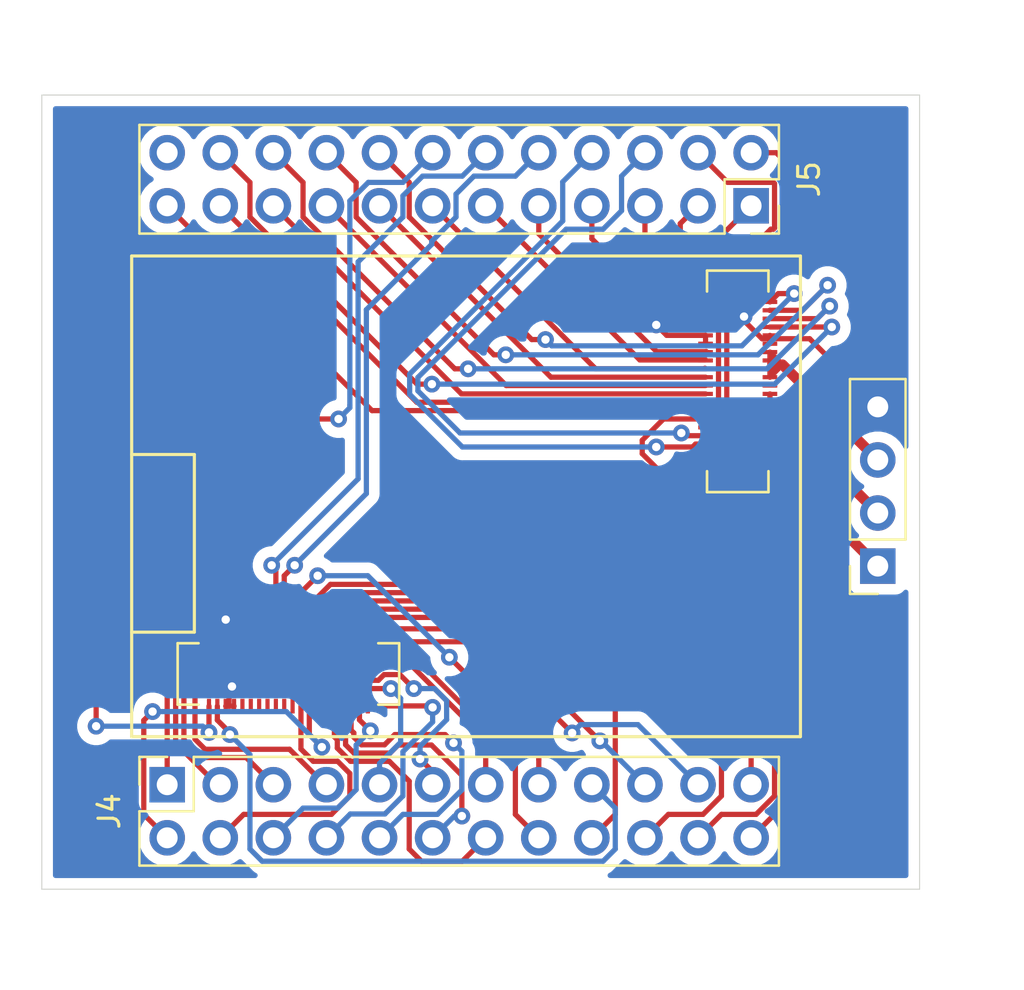
<source format=kicad_pcb>
(kicad_pcb (version 20171130) (host pcbnew "(5.1.6)-1")

  (general
    (thickness 1.6)
    (drawings 4)
    (tracks 382)
    (zones 0)
    (modules 4)
    (nets 53)
  )

  (page A4)
  (layers
    (0 F.Cu signal)
    (31 B.Cu signal)
    (32 B.Adhes user)
    (33 F.Adhes user)
    (34 B.Paste user)
    (35 F.Paste user)
    (36 B.SilkS user)
    (37 F.SilkS user)
    (38 B.Mask user)
    (39 F.Mask user)
    (40 Dwgs.User user)
    (41 Cmts.User user)
    (42 Eco1.User user)
    (43 Eco2.User user)
    (44 Edge.Cuts user)
    (45 Margin user)
    (46 B.CrtYd user)
    (47 F.CrtYd user)
    (48 B.Fab user)
    (49 F.Fab user)
  )

  (setup
    (last_trace_width 0.25)
    (trace_clearance 0.145)
    (zone_clearance 0.508)
    (zone_45_only no)
    (trace_min 0.2)
    (via_size 0.8)
    (via_drill 0.4)
    (via_min_size 0.4)
    (via_min_drill 0.3)
    (uvia_size 0.3)
    (uvia_drill 0.1)
    (uvias_allowed no)
    (uvia_min_size 0.2)
    (uvia_min_drill 0.1)
    (edge_width 0.05)
    (segment_width 0.2)
    (pcb_text_width 0.3)
    (pcb_text_size 1.5 1.5)
    (mod_edge_width 0.12)
    (mod_text_size 1 1)
    (mod_text_width 0.15)
    (pad_size 1.524 1.524)
    (pad_drill 0.762)
    (pad_to_mask_clearance 0.05)
    (aux_axis_origin 0 0)
    (visible_elements FFFFFF7F)
    (pcbplotparams
      (layerselection 0x010fc_ffffffff)
      (usegerberextensions false)
      (usegerberattributes true)
      (usegerberadvancedattributes true)
      (creategerberjobfile true)
      (excludeedgelayer true)
      (linewidth 0.100000)
      (plotframeref false)
      (viasonmask false)
      (mode 1)
      (useauxorigin false)
      (hpglpennumber 1)
      (hpglpenspeed 20)
      (hpglpendiameter 15.000000)
      (psnegative false)
      (psa4output false)
      (plotreference true)
      (plotvalue true)
      (plotinvisibletext false)
      (padsonsilk false)
      (subtractmaskfromsilk false)
      (outputformat 1)
      (mirror false)
      (drillshape 1)
      (scaleselection 1)
      (outputdirectory ""))
  )

  (net 0 "")
  (net 1 /GPIO29)
  (net 2 /GPIO28)
  (net 3 /GPIO27)
  (net 4 /GPIO26)
  (net 5 /GPIO25)
  (net 6 /GPIO24)
  (net 7 /GPIO23)
  (net 8 /GPIO22)
  (net 9 /GPIO21)
  (net 10 /GPIO20)
  (net 11 /GPIO19)
  (net 12 /GPIO18)
  (net 13 /GPIO17)
  (net 14 /GPIO16)
  (net 15 /GPIO15)
  (net 16 /MISO)
  (net 17 /MOSI)
  (net 18 /CAN_TX)
  (net 19 /CAN_RX)
  (net 20 /TX)
  (net 21 /RX)
  (net 22 /SCK)
  (net 23 /SCL)
  (net 24 /SDA)
  (net 25 /SWDIO)
  (net 26 /SWCLK)
  (net 27 /RESET)
  (net 28 /D-)
  (net 29 /D+)
  (net 30 GND)
  (net 31 +3V3)
  (net 32 +5V)
  (net 33 VDC)
  (net 34 /GPIO14)
  (net 35 /GPIO13)
  (net 36 /GPIO12)
  (net 37 /GPIO11)
  (net 38 /GPIO10)
  (net 39 /GPIO9)
  (net 40 /GPIO8)
  (net 41 /GPIO7)
  (net 42 /GPIO6)
  (net 43 /GPIO5)
  (net 44 /GPIO4)
  (net 45 /GPIO3)
  (net 46 /GPIO2)
  (net 47 /GPIO1)
  (net 48 /GPIO0)
  (net 49 /GPIO32)
  (net 50 /GPIO31)
  (net 51 /GPIO30)
  (net 52 "Net-(J5-Pad24)")

  (net_class Default "This is the default net class."
    (clearance 0.145)
    (trace_width 0.25)
    (via_dia 0.8)
    (via_drill 0.4)
    (uvia_dia 0.3)
    (uvia_drill 0.1)
    (add_net +3V3)
    (add_net +5V)
    (add_net /CAN_RX)
    (add_net /CAN_TX)
    (add_net /D+)
    (add_net /D-)
    (add_net /GPIO0)
    (add_net /GPIO1)
    (add_net /GPIO10)
    (add_net /GPIO11)
    (add_net /GPIO12)
    (add_net /GPIO13)
    (add_net /GPIO14)
    (add_net /GPIO15)
    (add_net /GPIO16)
    (add_net /GPIO17)
    (add_net /GPIO18)
    (add_net /GPIO19)
    (add_net /GPIO2)
    (add_net /GPIO20)
    (add_net /GPIO21)
    (add_net /GPIO22)
    (add_net /GPIO23)
    (add_net /GPIO24)
    (add_net /GPIO25)
    (add_net /GPIO26)
    (add_net /GPIO27)
    (add_net /GPIO28)
    (add_net /GPIO29)
    (add_net /GPIO3)
    (add_net /GPIO30)
    (add_net /GPIO31)
    (add_net /GPIO32)
    (add_net /GPIO4)
    (add_net /GPIO5)
    (add_net /GPIO6)
    (add_net /GPIO7)
    (add_net /GPIO8)
    (add_net /GPIO9)
    (add_net /MISO)
    (add_net /MOSI)
    (add_net /RESET)
    (add_net /RX)
    (add_net /SCK)
    (add_net /SCL)
    (add_net /SDA)
    (add_net /SWCLK)
    (add_net /SWDIO)
    (add_net /TX)
    (add_net GND)
    (add_net "Net-(J5-Pad24)")
    (add_net VDC)
  )

  (module MUB:MUB_v1 (layer F.Cu) (tedit 616E2609) (tstamp 616E2950)
    (at 140.3 106.7)
    (path /616E27B5)
    (attr smd)
    (fp_text reference U1 (at 29 -1.5) (layer F.SilkS) hide
      (effects (font (size 1 1) (thickness 0.15)))
    )
    (fp_text value MUBv1 (at 3 -22) (layer F.Fab)
      (effects (font (size 1 1) (thickness 0.15)))
    )
    (fp_line (start 3 -13.5) (end 0 -13.5) (layer F.SilkS) (width 0.15))
    (fp_line (start 3 -5) (end 3 -13.5) (layer F.SilkS) (width 0.15))
    (fp_line (start 0 -5) (end 3 -5) (layer F.SilkS) (width 0.15))
    (fp_line (start 0 0) (end 0 -23) (layer F.SilkS) (width 0.15))
    (fp_line (start 32 0) (end 0 0) (layer F.SilkS) (width 0.15))
    (fp_line (start 32 -23) (end 32 0) (layer F.SilkS) (width 0.15))
    (fp_line (start 0 -23) (end 32 -23) (layer F.SilkS) (width 0.15))
    (fp_poly (pts (xy 30.19 -17.5) (xy 30.19 -17.7) (xy 29.75 -17.7) (xy 29.75 -17.5)) (layer Dwgs.User) (width 0.01))
    (fp_poly (pts (xy 30.19 -17.9) (xy 30.19 -18.1) (xy 29.75 -18.1) (xy 29.75 -17.9)) (layer Dwgs.User) (width 0.01))
    (fp_poly (pts (xy 30.19 -13.1) (xy 30.19 -13.3) (xy 29.75 -13.3) (xy 29.75 -13.1)) (layer Dwgs.User) (width 0.01))
    (fp_poly (pts (xy 30.19 -15.1) (xy 30.19 -15.3) (xy 29.75 -15.3) (xy 29.75 -15.1)) (layer Dwgs.User) (width 0.01))
    (fp_poly (pts (xy 30.19 -15.9) (xy 30.19 -16.1) (xy 29.75 -16.1) (xy 29.75 -15.9)) (layer Dwgs.User) (width 0.01))
    (fp_poly (pts (xy 30.19 -16.7) (xy 30.19 -16.9) (xy 29.75 -16.9) (xy 29.75 -16.7)) (layer Dwgs.User) (width 0.01))
    (fp_poly (pts (xy 30.19 -17.1) (xy 30.19 -17.3) (xy 29.75 -17.3) (xy 29.75 -17.1)) (layer Dwgs.User) (width 0.01))
    (fp_poly (pts (xy 30.19 -17.5) (xy 30.19 -17.7) (xy 29.75 -17.7) (xy 29.75 -17.5)) (layer Dwgs.User) (width 0.01))
    (fp_poly (pts (xy 30.19 -15.9) (xy 30.19 -16.1) (xy 29.75 -16.1) (xy 29.75 -15.9)) (layer Dwgs.User) (width 0.01))
    (fp_poly (pts (xy 30.19 -13.1) (xy 30.19 -13.3) (xy 29.75 -13.3) (xy 29.75 -13.1)) (layer Dwgs.User) (width 0.01))
    (fp_poly (pts (xy 30.19 -16.3) (xy 30.19 -16.5) (xy 29.75 -16.5) (xy 29.75 -16.3)) (layer Dwgs.User) (width 0.01))
    (fp_poly (pts (xy 30.19 -14.3) (xy 30.19 -14.5) (xy 29.75 -14.5) (xy 29.75 -14.3)) (layer Dwgs.User) (width 0.01))
    (fp_poly (pts (xy 30.19 -14.3) (xy 30.19 -14.5) (xy 29.75 -14.5) (xy 29.75 -14.3)) (layer Dwgs.User) (width 0.01))
    (fp_poly (pts (xy 30.19 -15.5) (xy 30.19 -15.7) (xy 29.75 -15.7) (xy 29.75 -15.5)) (layer Dwgs.User) (width 0.01))
    (fp_poly (pts (xy 30.19 -13.9) (xy 30.19 -14.1) (xy 29.75 -14.1) (xy 29.75 -13.9)) (layer Dwgs.User) (width 0.01))
    (fp_poly (pts (xy 30.19 -17.9) (xy 30.19 -18.1) (xy 29.75 -18.1) (xy 29.75 -17.9)) (layer Dwgs.User) (width 0.01))
    (fp_poly (pts (xy 30.19 -15.5) (xy 30.19 -15.7) (xy 29.75 -15.7) (xy 29.75 -15.5)) (layer Dwgs.User) (width 0.01))
    (fp_poly (pts (xy 30.19 -14.7) (xy 30.19 -14.9) (xy 29.75 -14.9) (xy 29.75 -14.7)) (layer Dwgs.User) (width 0.01))
    (fp_poly (pts (xy 30.19 -14.7) (xy 30.19 -14.9) (xy 29.75 -14.9) (xy 29.75 -14.7)) (layer Dwgs.User) (width 0.01))
    (fp_poly (pts (xy 30.19 -13.9) (xy 30.19 -14.1) (xy 29.75 -14.1) (xy 29.75 -13.9)) (layer Dwgs.User) (width 0.01))
    (fp_poly (pts (xy 30.19 -13.5) (xy 30.19 -13.7) (xy 29.75 -13.7) (xy 29.75 -13.5)) (layer Dwgs.User) (width 0.01))
    (fp_poly (pts (xy 30.19 -17.1) (xy 30.19 -17.3) (xy 29.75 -17.3) (xy 29.75 -17.1)) (layer Dwgs.User) (width 0.01))
    (fp_poly (pts (xy 30.19 -13.5) (xy 30.19 -13.7) (xy 29.75 -13.7) (xy 29.75 -13.5)) (layer Dwgs.User) (width 0.01))
    (fp_poly (pts (xy 30.19 -16.7) (xy 30.19 -16.9) (xy 29.75 -16.9) (xy 29.75 -16.7)) (layer Dwgs.User) (width 0.01))
    (fp_poly (pts (xy 30.19 -15.1) (xy 30.19 -15.3) (xy 29.75 -15.3) (xy 29.75 -15.1)) (layer Dwgs.User) (width 0.01))
    (fp_poly (pts (xy 30.19 -16.3) (xy 30.19 -16.5) (xy 29.75 -16.5) (xy 29.75 -16.3)) (layer Dwgs.User) (width 0.01))
    (fp_poly (pts (xy 28.25 -17.5) (xy 28.25 -17.7) (xy 27.81 -17.7) (xy 27.81 -17.5)) (layer Dwgs.User) (width 0.01))
    (fp_poly (pts (xy 28.25 -17.5) (xy 28.25 -17.7) (xy 27.81 -17.7) (xy 27.81 -17.5)) (layer Dwgs.User) (width 0.01))
    (fp_poly (pts (xy 28.25 -20.3) (xy 28.25 -20.5) (xy 27.81 -20.5) (xy 27.81 -20.3)) (layer Dwgs.User) (width 0.01))
    (fp_poly (pts (xy 28.25 -20.3) (xy 28.25 -20.5) (xy 27.81 -20.5) (xy 27.81 -20.3)) (layer Dwgs.User) (width 0.01))
    (fp_poly (pts (xy 30.19 -18.3) (xy 30.19 -18.5) (xy 29.75 -18.5) (xy 29.75 -18.3)) (layer Dwgs.User) (width 0.01))
    (fp_poly (pts (xy 28.25 -13.9) (xy 28.25 -14.1) (xy 27.81 -14.1) (xy 27.81 -13.9)) (layer Dwgs.User) (width 0.01))
    (fp_poly (pts (xy 28.25 -14.3) (xy 28.25 -14.5) (xy 27.81 -14.5) (xy 27.81 -14.3)) (layer Dwgs.User) (width 0.01))
    (fp_poly (pts (xy 28.25 -19.9) (xy 28.25 -20.1) (xy 27.81 -20.1) (xy 27.81 -19.9)) (layer Dwgs.User) (width 0.01))
    (fp_poly (pts (xy 30.19 -20.3) (xy 30.19 -20.5) (xy 29.75 -20.5) (xy 29.75 -20.3)) (layer Dwgs.User) (width 0.01))
    (fp_poly (pts (xy 28.25 -15.1) (xy 28.25 -15.3) (xy 27.81 -15.3) (xy 27.81 -15.1)) (layer Dwgs.User) (width 0.01))
    (fp_line (start 30.47 -22.3) (end 27.53 -22.3) (layer F.Fab) (width 0.127))
    (fp_line (start 27.53 -22.3) (end 27.53 -21.3) (layer F.SilkS) (width 0.127))
    (fp_poly (pts (xy 30.19 -18.3) (xy 30.19 -18.5) (xy 29.75 -18.5) (xy 29.75 -18.3)) (layer Dwgs.User) (width 0.01))
    (fp_poly (pts (xy 28.25 -14.3) (xy 28.25 -14.5) (xy 27.81 -14.5) (xy 27.81 -14.3)) (layer Dwgs.User) (width 0.01))
    (fp_poly (pts (xy 30.19 -19.1) (xy 30.19 -19.3) (xy 29.75 -19.3) (xy 29.75 -19.1)) (layer Dwgs.User) (width 0.01))
    (fp_poly (pts (xy 30.19 -19.9) (xy 30.19 -20.1) (xy 29.75 -20.1) (xy 29.75 -19.9)) (layer Dwgs.User) (width 0.01))
    (fp_poly (pts (xy 30.19 -20.3) (xy 30.19 -20.5) (xy 29.75 -20.5) (xy 29.75 -20.3)) (layer Dwgs.User) (width 0.01))
    (fp_poly (pts (xy 28.25 -13.1) (xy 28.25 -13.3) (xy 27.81 -13.3) (xy 27.81 -13.1)) (layer Dwgs.User) (width 0.01))
    (fp_poly (pts (xy 28.25 -17.1) (xy 28.25 -17.3) (xy 27.81 -17.3) (xy 27.81 -17.1)) (layer Dwgs.User) (width 0.01))
    (fp_poly (pts (xy 28.25 -18.3) (xy 28.25 -18.5) (xy 27.81 -18.5) (xy 27.81 -18.3)) (layer Dwgs.User) (width 0.01))
    (fp_poly (pts (xy 28.25 -15.5) (xy 28.25 -15.7) (xy 27.81 -15.7) (xy 27.81 -15.5)) (layer Dwgs.User) (width 0.01))
    (fp_poly (pts (xy 28.25 -13.5) (xy 28.25 -13.7) (xy 27.81 -13.7) (xy 27.81 -13.5)) (layer Dwgs.User) (width 0.01))
    (fp_poly (pts (xy 28.25 -15.9) (xy 28.25 -16.1) (xy 27.81 -16.1) (xy 27.81 -15.9)) (layer Dwgs.User) (width 0.01))
    (fp_poly (pts (xy 28.25 -17.9) (xy 28.25 -18.1) (xy 27.81 -18.1) (xy 27.81 -17.9)) (layer Dwgs.User) (width 0.01))
    (fp_poly (pts (xy 28.25 -16.7) (xy 28.25 -16.9) (xy 27.81 -16.9) (xy 27.81 -16.7)) (layer Dwgs.User) (width 0.01))
    (fp_poly (pts (xy 28.25 -19.9) (xy 28.25 -20.1) (xy 27.81 -20.1) (xy 27.81 -19.9)) (layer Dwgs.User) (width 0.01))
    (fp_poly (pts (xy 28.25 -17.9) (xy 28.25 -18.1) (xy 27.81 -18.1) (xy 27.81 -17.9)) (layer Dwgs.User) (width 0.01))
    (fp_poly (pts (xy 28.25 -18.3) (xy 28.25 -18.5) (xy 27.81 -18.5) (xy 27.81 -18.3)) (layer Dwgs.User) (width 0.01))
    (fp_poly (pts (xy 28.25 -19.5) (xy 28.25 -19.7) (xy 27.81 -19.7) (xy 27.81 -19.5)) (layer Dwgs.User) (width 0.01))
    (fp_poly (pts (xy 28.25 -20.7) (xy 28.25 -20.9) (xy 27.81 -20.9) (xy 27.81 -20.7)) (layer Dwgs.User) (width 0.01))
    (fp_poly (pts (xy 28.25 -19.1) (xy 28.25 -19.3) (xy 27.81 -19.3) (xy 27.81 -19.1)) (layer Dwgs.User) (width 0.01))
    (fp_line (start 30.47 -22.3) (end 27.53 -22.3) (layer F.SilkS) (width 0.127))
    (fp_line (start 27.53 -11.7) (end 27.53 -12.7) (layer F.SilkS) (width 0.127))
    (fp_poly (pts (xy 28.25 -17.1) (xy 28.25 -17.3) (xy 27.81 -17.3) (xy 27.81 -17.1)) (layer Dwgs.User) (width 0.01))
    (fp_poly (pts (xy 28.25 -19.5) (xy 28.25 -19.7) (xy 27.81 -19.7) (xy 27.81 -19.5)) (layer Dwgs.User) (width 0.01))
    (fp_poly (pts (xy 30.19 -18.7) (xy 30.19 -18.9) (xy 29.75 -18.9) (xy 29.75 -18.7)) (layer Dwgs.User) (width 0.01))
    (fp_poly (pts (xy 28.25 -13.1) (xy 28.25 -13.3) (xy 27.81 -13.3) (xy 27.81 -13.1)) (layer Dwgs.User) (width 0.01))
    (fp_line (start 27.53 -11.7) (end 30.47 -11.7) (layer F.SilkS) (width 0.127))
    (fp_poly (pts (xy 28.25 -13.5) (xy 28.25 -13.7) (xy 27.81 -13.7) (xy 27.81 -13.5)) (layer Dwgs.User) (width 0.01))
    (fp_poly (pts (xy 30.19 -19.5) (xy 30.19 -19.7) (xy 29.75 -19.7) (xy 29.75 -19.5)) (layer Dwgs.User) (width 0.01))
    (fp_poly (pts (xy 28.25 -14.7) (xy 28.25 -14.9) (xy 27.81 -14.9) (xy 27.81 -14.7)) (layer Dwgs.User) (width 0.01))
    (fp_poly (pts (xy 28.25 -20.7) (xy 28.25 -20.9) (xy 27.81 -20.9) (xy 27.81 -20.7)) (layer Dwgs.User) (width 0.01))
    (fp_poly (pts (xy 28.25 -15.9) (xy 28.25 -16.1) (xy 27.81 -16.1) (xy 27.81 -15.9)) (layer Dwgs.User) (width 0.01))
    (fp_poly (pts (xy 28.25 -18.7) (xy 28.25 -18.9) (xy 27.81 -18.9) (xy 27.81 -18.7)) (layer Dwgs.User) (width 0.01))
    (fp_line (start 30.47 -11.7) (end 30.47 -22.3) (layer F.Fab) (width 0.127))
    (fp_line (start 30.47 -22.3) (end 30.47 -21.3) (layer F.SilkS) (width 0.127))
    (fp_line (start 27.53 -11.7) (end 30.47 -11.7) (layer F.Fab) (width 0.127))
    (fp_line (start 30.47 -11.7) (end 30.47 -12.7) (layer F.SilkS) (width 0.127))
    (fp_poly (pts (xy 30.19 -19.5) (xy 30.19 -19.7) (xy 29.75 -19.7) (xy 29.75 -19.5)) (layer Dwgs.User) (width 0.01))
    (fp_poly (pts (xy 28.25 -13.9) (xy 28.25 -14.1) (xy 27.81 -14.1) (xy 27.81 -13.9)) (layer Dwgs.User) (width 0.01))
    (fp_poly (pts (xy 28.25 -19.1) (xy 28.25 -19.3) (xy 27.81 -19.3) (xy 27.81 -19.1)) (layer Dwgs.User) (width 0.01))
    (fp_poly (pts (xy 28.25 -15.1) (xy 28.25 -15.3) (xy 27.81 -15.3) (xy 27.81 -15.1)) (layer Dwgs.User) (width 0.01))
    (fp_poly (pts (xy 30.19 -18.7) (xy 30.19 -18.9) (xy 29.75 -18.9) (xy 29.75 -18.7)) (layer Dwgs.User) (width 0.01))
    (fp_poly (pts (xy 30.19 -19.1) (xy 30.19 -19.3) (xy 29.75 -19.3) (xy 29.75 -19.1)) (layer Dwgs.User) (width 0.01))
    (fp_poly (pts (xy 30.19 -19.9) (xy 30.19 -20.1) (xy 29.75 -20.1) (xy 29.75 -19.9)) (layer Dwgs.User) (width 0.01))
    (fp_poly (pts (xy 30.19 -20.7) (xy 30.19 -20.9) (xy 29.75 -20.9) (xy 29.75 -20.7)) (layer Dwgs.User) (width 0.01))
    (fp_poly (pts (xy 30.19 -20.7) (xy 30.19 -20.9) (xy 29.75 -20.9) (xy 29.75 -20.7)) (layer Dwgs.User) (width 0.01))
    (fp_poly (pts (xy 28.25 -14.7) (xy 28.25 -14.9) (xy 27.81 -14.9) (xy 27.81 -14.7)) (layer Dwgs.User) (width 0.01))
    (fp_poly (pts (xy 28.25 -15.5) (xy 28.25 -15.7) (xy 27.81 -15.7) (xy 27.81 -15.5)) (layer Dwgs.User) (width 0.01))
    (fp_line (start 27.53 -22.3) (end 27.53 -11.7) (layer F.Fab) (width 0.127))
    (fp_poly (pts (xy 28.25 -18.7) (xy 28.25 -18.9) (xy 27.81 -18.9) (xy 27.81 -18.7)) (layer Dwgs.User) (width 0.01))
    (fp_poly (pts (xy 28.25 -16.7) (xy 28.25 -16.9) (xy 27.81 -16.9) (xy 27.81 -16.7)) (layer Dwgs.User) (width 0.01))
    (fp_poly (pts (xy 28.25 -16.3) (xy 28.25 -16.5) (xy 27.81 -16.5) (xy 27.81 -16.3)) (layer Dwgs.User) (width 0.01))
    (fp_poly (pts (xy 28.25 -16.3) (xy 28.25 -16.5) (xy 27.81 -16.5) (xy 27.81 -16.3)) (layer Dwgs.User) (width 0.01))
    (fp_line (start 31.14 -22.55) (end 26.86 -22.55) (layer F.CrtYd) (width 0.05))
    (fp_line (start 26.86 -22.55) (end 26.86 -11.45) (layer F.CrtYd) (width 0.05))
    (fp_line (start 26.86 -11.45) (end 31.14 -11.45) (layer F.CrtYd) (width 0.05))
    (fp_line (start 31.14 -11.45) (end 31.14 -22.55) (layer F.CrtYd) (width 0.05))
    (fp_poly (pts (xy 8 -1.81) (xy 8.2 -1.81) (xy 8.2 -2.25) (xy 8 -2.25)) (layer Dwgs.User) (width 0.01))
    (fp_poly (pts (xy 8.4 -1.81) (xy 8.6 -1.81) (xy 8.6 -2.25) (xy 8.4 -2.25)) (layer Dwgs.User) (width 0.01))
    (fp_poly (pts (xy 3.6 -1.81) (xy 3.8 -1.81) (xy 3.8 -2.25) (xy 3.6 -2.25)) (layer Dwgs.User) (width 0.01))
    (fp_poly (pts (xy 5.6 -1.81) (xy 5.8 -1.81) (xy 5.8 -2.25) (xy 5.6 -2.25)) (layer Dwgs.User) (width 0.01))
    (fp_poly (pts (xy 6.4 -1.81) (xy 6.6 -1.81) (xy 6.6 -2.25) (xy 6.4 -2.25)) (layer Dwgs.User) (width 0.01))
    (fp_poly (pts (xy 7.2 -1.81) (xy 7.4 -1.81) (xy 7.4 -2.25) (xy 7.2 -2.25)) (layer Dwgs.User) (width 0.01))
    (fp_poly (pts (xy 7.6 -1.81) (xy 7.8 -1.81) (xy 7.8 -2.25) (xy 7.6 -2.25)) (layer Dwgs.User) (width 0.01))
    (fp_poly (pts (xy 8 -1.81) (xy 8.2 -1.81) (xy 8.2 -2.25) (xy 8 -2.25)) (layer Dwgs.User) (width 0.01))
    (fp_poly (pts (xy 6.4 -1.81) (xy 6.6 -1.81) (xy 6.6 -2.25) (xy 6.4 -2.25)) (layer Dwgs.User) (width 0.01))
    (fp_poly (pts (xy 3.6 -1.81) (xy 3.8 -1.81) (xy 3.8 -2.25) (xy 3.6 -2.25)) (layer Dwgs.User) (width 0.01))
    (fp_poly (pts (xy 6.8 -1.81) (xy 7 -1.81) (xy 7 -2.25) (xy 6.8 -2.25)) (layer Dwgs.User) (width 0.01))
    (fp_poly (pts (xy 4.8 -1.81) (xy 5 -1.81) (xy 5 -2.25) (xy 4.8 -2.25)) (layer Dwgs.User) (width 0.01))
    (fp_poly (pts (xy 4.8 -1.81) (xy 5 -1.81) (xy 5 -2.25) (xy 4.8 -2.25)) (layer Dwgs.User) (width 0.01))
    (fp_poly (pts (xy 6 -1.81) (xy 6.2 -1.81) (xy 6.2 -2.25) (xy 6 -2.25)) (layer Dwgs.User) (width 0.01))
    (fp_poly (pts (xy 4.4 -1.81) (xy 4.6 -1.81) (xy 4.6 -2.25) (xy 4.4 -2.25)) (layer Dwgs.User) (width 0.01))
    (fp_poly (pts (xy 8.4 -1.81) (xy 8.6 -1.81) (xy 8.6 -2.25) (xy 8.4 -2.25)) (layer Dwgs.User) (width 0.01))
    (fp_poly (pts (xy 6 -1.81) (xy 6.2 -1.81) (xy 6.2 -2.25) (xy 6 -2.25)) (layer Dwgs.User) (width 0.01))
    (fp_poly (pts (xy 5.2 -1.81) (xy 5.4 -1.81) (xy 5.4 -2.25) (xy 5.2 -2.25)) (layer Dwgs.User) (width 0.01))
    (fp_poly (pts (xy 5.2 -1.81) (xy 5.4 -1.81) (xy 5.4 -2.25) (xy 5.2 -2.25)) (layer Dwgs.User) (width 0.01))
    (fp_poly (pts (xy 4.4 -1.81) (xy 4.6 -1.81) (xy 4.6 -2.25) (xy 4.4 -2.25)) (layer Dwgs.User) (width 0.01))
    (fp_poly (pts (xy 4 -1.81) (xy 4.2 -1.81) (xy 4.2 -2.25) (xy 4 -2.25)) (layer Dwgs.User) (width 0.01))
    (fp_poly (pts (xy 7.6 -1.81) (xy 7.8 -1.81) (xy 7.8 -2.25) (xy 7.6 -2.25)) (layer Dwgs.User) (width 0.01))
    (fp_poly (pts (xy 4 -1.81) (xy 4.2 -1.81) (xy 4.2 -2.25) (xy 4 -2.25)) (layer Dwgs.User) (width 0.01))
    (fp_poly (pts (xy 7.2 -1.81) (xy 7.4 -1.81) (xy 7.4 -2.25) (xy 7.2 -2.25)) (layer Dwgs.User) (width 0.01))
    (fp_poly (pts (xy 5.6 -1.81) (xy 5.8 -1.81) (xy 5.8 -2.25) (xy 5.6 -2.25)) (layer Dwgs.User) (width 0.01))
    (fp_poly (pts (xy 6.8 -1.81) (xy 7 -1.81) (xy 7 -2.25) (xy 6.8 -2.25)) (layer Dwgs.User) (width 0.01))
    (fp_poly (pts (xy 8 -3.75) (xy 8.2 -3.75) (xy 8.2 -4.19) (xy 8 -4.19)) (layer Dwgs.User) (width 0.01))
    (fp_poly (pts (xy 8 -3.75) (xy 8.2 -3.75) (xy 8.2 -4.19) (xy 8 -4.19)) (layer Dwgs.User) (width 0.01))
    (fp_poly (pts (xy 10.8 -3.75) (xy 11 -3.75) (xy 11 -4.19) (xy 10.8 -4.19)) (layer Dwgs.User) (width 0.01))
    (fp_poly (pts (xy 10.8 -3.75) (xy 11 -3.75) (xy 11 -4.19) (xy 10.8 -4.19)) (layer Dwgs.User) (width 0.01))
    (fp_poly (pts (xy 8.8 -1.81) (xy 9 -1.81) (xy 9 -2.25) (xy 8.8 -2.25)) (layer Dwgs.User) (width 0.01))
    (fp_poly (pts (xy 4.4 -3.75) (xy 4.6 -3.75) (xy 4.6 -4.19) (xy 4.4 -4.19)) (layer Dwgs.User) (width 0.01))
    (fp_poly (pts (xy 4.8 -3.75) (xy 5 -3.75) (xy 5 -4.19) (xy 4.8 -4.19)) (layer Dwgs.User) (width 0.01))
    (fp_poly (pts (xy 10.4 -3.75) (xy 10.6 -3.75) (xy 10.6 -4.19) (xy 10.4 -4.19)) (layer Dwgs.User) (width 0.01))
    (fp_poly (pts (xy 10.8 -1.81) (xy 11 -1.81) (xy 11 -2.25) (xy 10.8 -2.25)) (layer Dwgs.User) (width 0.01))
    (fp_poly (pts (xy 5.6 -3.75) (xy 5.8 -3.75) (xy 5.8 -4.19) (xy 5.6 -4.19)) (layer Dwgs.User) (width 0.01))
    (fp_line (start 12.8 -1.53) (end 12.8 -4.47) (layer F.Fab) (width 0.127))
    (fp_line (start 12.8 -4.47) (end 11.8 -4.47) (layer F.SilkS) (width 0.127))
    (fp_poly (pts (xy 8.8 -1.81) (xy 9 -1.81) (xy 9 -2.25) (xy 8.8 -2.25)) (layer Dwgs.User) (width 0.01))
    (fp_poly (pts (xy 4.8 -3.75) (xy 5 -3.75) (xy 5 -4.19) (xy 4.8 -4.19)) (layer Dwgs.User) (width 0.01))
    (fp_poly (pts (xy 9.6 -1.81) (xy 9.8 -1.81) (xy 9.8 -2.25) (xy 9.6 -2.25)) (layer Dwgs.User) (width 0.01))
    (fp_poly (pts (xy 10.4 -1.81) (xy 10.6 -1.81) (xy 10.6 -2.25) (xy 10.4 -2.25)) (layer Dwgs.User) (width 0.01))
    (fp_poly (pts (xy 10.8 -1.81) (xy 11 -1.81) (xy 11 -2.25) (xy 10.8 -2.25)) (layer Dwgs.User) (width 0.01))
    (fp_poly (pts (xy 3.6 -3.75) (xy 3.8 -3.75) (xy 3.8 -4.19) (xy 3.6 -4.19)) (layer Dwgs.User) (width 0.01))
    (fp_poly (pts (xy 7.6 -3.75) (xy 7.8 -3.75) (xy 7.8 -4.19) (xy 7.6 -4.19)) (layer Dwgs.User) (width 0.01))
    (fp_poly (pts (xy 8.8 -3.75) (xy 9 -3.75) (xy 9 -4.19) (xy 8.8 -4.19)) (layer Dwgs.User) (width 0.01))
    (fp_poly (pts (xy 6 -3.75) (xy 6.2 -3.75) (xy 6.2 -4.19) (xy 6 -4.19)) (layer Dwgs.User) (width 0.01))
    (fp_poly (pts (xy 4 -3.75) (xy 4.2 -3.75) (xy 4.2 -4.19) (xy 4 -4.19)) (layer Dwgs.User) (width 0.01))
    (fp_poly (pts (xy 6.4 -3.75) (xy 6.6 -3.75) (xy 6.6 -4.19) (xy 6.4 -4.19)) (layer Dwgs.User) (width 0.01))
    (fp_poly (pts (xy 8.4 -3.75) (xy 8.6 -3.75) (xy 8.6 -4.19) (xy 8.4 -4.19)) (layer Dwgs.User) (width 0.01))
    (fp_poly (pts (xy 7.2 -3.75) (xy 7.4 -3.75) (xy 7.4 -4.19) (xy 7.2 -4.19)) (layer Dwgs.User) (width 0.01))
    (fp_poly (pts (xy 10.4 -3.75) (xy 10.6 -3.75) (xy 10.6 -4.19) (xy 10.4 -4.19)) (layer Dwgs.User) (width 0.01))
    (fp_poly (pts (xy 8.4 -3.75) (xy 8.6 -3.75) (xy 8.6 -4.19) (xy 8.4 -4.19)) (layer Dwgs.User) (width 0.01))
    (fp_poly (pts (xy 8.8 -3.75) (xy 9 -3.75) (xy 9 -4.19) (xy 8.8 -4.19)) (layer Dwgs.User) (width 0.01))
    (fp_poly (pts (xy 10 -3.75) (xy 10.2 -3.75) (xy 10.2 -4.19) (xy 10 -4.19)) (layer Dwgs.User) (width 0.01))
    (fp_poly (pts (xy 11.2 -3.75) (xy 11.4 -3.75) (xy 11.4 -4.19) (xy 11.2 -4.19)) (layer Dwgs.User) (width 0.01))
    (fp_poly (pts (xy 9.6 -3.75) (xy 9.8 -3.75) (xy 9.8 -4.19) (xy 9.6 -4.19)) (layer Dwgs.User) (width 0.01))
    (fp_line (start 12.8 -1.53) (end 12.8 -4.47) (layer F.SilkS) (width 0.127))
    (fp_line (start 2.2 -4.47) (end 3.2 -4.47) (layer F.SilkS) (width 0.127))
    (fp_poly (pts (xy 7.6 -3.75) (xy 7.8 -3.75) (xy 7.8 -4.19) (xy 7.6 -4.19)) (layer Dwgs.User) (width 0.01))
    (fp_poly (pts (xy 10 -3.75) (xy 10.2 -3.75) (xy 10.2 -4.19) (xy 10 -4.19)) (layer Dwgs.User) (width 0.01))
    (fp_poly (pts (xy 9.2 -1.81) (xy 9.4 -1.81) (xy 9.4 -2.25) (xy 9.2 -2.25)) (layer Dwgs.User) (width 0.01))
    (fp_poly (pts (xy 3.6 -3.75) (xy 3.8 -3.75) (xy 3.8 -4.19) (xy 3.6 -4.19)) (layer Dwgs.User) (width 0.01))
    (fp_line (start 2.2 -4.47) (end 2.2 -1.53) (layer F.SilkS) (width 0.127))
    (fp_poly (pts (xy 4 -3.75) (xy 4.2 -3.75) (xy 4.2 -4.19) (xy 4 -4.19)) (layer Dwgs.User) (width 0.01))
    (fp_poly (pts (xy 10 -1.81) (xy 10.2 -1.81) (xy 10.2 -2.25) (xy 10 -2.25)) (layer Dwgs.User) (width 0.01))
    (fp_poly (pts (xy 5.2 -3.75) (xy 5.4 -3.75) (xy 5.4 -4.19) (xy 5.2 -4.19)) (layer Dwgs.User) (width 0.01))
    (fp_poly (pts (xy 11.2 -3.75) (xy 11.4 -3.75) (xy 11.4 -4.19) (xy 11.2 -4.19)) (layer Dwgs.User) (width 0.01))
    (fp_poly (pts (xy 6.4 -3.75) (xy 6.6 -3.75) (xy 6.6 -4.19) (xy 6.4 -4.19)) (layer Dwgs.User) (width 0.01))
    (fp_poly (pts (xy 9.2 -3.75) (xy 9.4 -3.75) (xy 9.4 -4.19) (xy 9.2 -4.19)) (layer Dwgs.User) (width 0.01))
    (fp_line (start 2.2 -1.53) (end 12.8 -1.53) (layer F.Fab) (width 0.127))
    (fp_line (start 12.8 -1.53) (end 11.8 -1.53) (layer F.SilkS) (width 0.127))
    (fp_line (start 2.2 -4.47) (end 2.2 -1.53) (layer F.Fab) (width 0.127))
    (fp_line (start 2.2 -1.53) (end 3.2 -1.53) (layer F.SilkS) (width 0.127))
    (fp_poly (pts (xy 10 -1.81) (xy 10.2 -1.81) (xy 10.2 -2.25) (xy 10 -2.25)) (layer Dwgs.User) (width 0.01))
    (fp_poly (pts (xy 4.4 -3.75) (xy 4.6 -3.75) (xy 4.6 -4.19) (xy 4.4 -4.19)) (layer Dwgs.User) (width 0.01))
    (fp_poly (pts (xy 9.6 -3.75) (xy 9.8 -3.75) (xy 9.8 -4.19) (xy 9.6 -4.19)) (layer Dwgs.User) (width 0.01))
    (fp_poly (pts (xy 5.6 -3.75) (xy 5.8 -3.75) (xy 5.8 -4.19) (xy 5.6 -4.19)) (layer Dwgs.User) (width 0.01))
    (fp_poly (pts (xy 9.2 -1.81) (xy 9.4 -1.81) (xy 9.4 -2.25) (xy 9.2 -2.25)) (layer Dwgs.User) (width 0.01))
    (fp_poly (pts (xy 9.6 -1.81) (xy 9.8 -1.81) (xy 9.8 -2.25) (xy 9.6 -2.25)) (layer Dwgs.User) (width 0.01))
    (fp_poly (pts (xy 10.4 -1.81) (xy 10.6 -1.81) (xy 10.6 -2.25) (xy 10.4 -2.25)) (layer Dwgs.User) (width 0.01))
    (fp_poly (pts (xy 11.2 -1.81) (xy 11.4 -1.81) (xy 11.4 -2.25) (xy 11.2 -2.25)) (layer Dwgs.User) (width 0.01))
    (fp_poly (pts (xy 11.2 -1.81) (xy 11.4 -1.81) (xy 11.4 -2.25) (xy 11.2 -2.25)) (layer Dwgs.User) (width 0.01))
    (fp_poly (pts (xy 5.2 -3.75) (xy 5.4 -3.75) (xy 5.4 -4.19) (xy 5.2 -4.19)) (layer Dwgs.User) (width 0.01))
    (fp_poly (pts (xy 6 -3.75) (xy 6.2 -3.75) (xy 6.2 -4.19) (xy 6 -4.19)) (layer Dwgs.User) (width 0.01))
    (fp_line (start 12.8 -4.47) (end 2.2 -4.47) (layer F.Fab) (width 0.127))
    (fp_poly (pts (xy 9.2 -3.75) (xy 9.4 -3.75) (xy 9.4 -4.19) (xy 9.2 -4.19)) (layer Dwgs.User) (width 0.01))
    (fp_poly (pts (xy 7.2 -3.75) (xy 7.4 -3.75) (xy 7.4 -4.19) (xy 7.2 -4.19)) (layer Dwgs.User) (width 0.01))
    (fp_poly (pts (xy 6.8 -3.75) (xy 7 -3.75) (xy 7 -4.19) (xy 6.8 -4.19)) (layer Dwgs.User) (width 0.01))
    (fp_poly (pts (xy 6.8 -3.75) (xy 7 -3.75) (xy 7 -4.19) (xy 6.8 -4.19)) (layer Dwgs.User) (width 0.01))
    (fp_line (start 13.05 -0.86) (end 13.05 -5.14) (layer F.CrtYd) (width 0.05))
    (fp_line (start 13.05 -5.14) (end 1.95 -5.14) (layer F.CrtYd) (width 0.05))
    (fp_line (start 1.95 -5.14) (end 1.95 -0.86) (layer F.CrtYd) (width 0.05))
    (fp_line (start 1.95 -0.86) (end 13.05 -0.86) (layer F.CrtYd) (width 0.05))
    (pad 73 smd rect (at 27.46 -19.6 270) (size 0.2 0.7) (layers F.Cu F.Paste F.Mask)
      (net 45 /GPIO3))
    (pad 59 smd rect (at 27.46 -16.8 270) (size 0.2 0.7) (layers F.Cu F.Paste F.Mask)
      (net 40 /GPIO8))
    (pad 74 smd rect (at 30.54 -19.6 270) (size 0.2 0.7) (layers F.Cu F.Paste F.Mask)
      (net 49 /GPIO32))
    (pad 66 smd rect (at 30.54 -18 270) (size 0.2 0.7) (layers F.Cu F.Paste F.Mask)
      (net 31 +3V3))
    (pad 72 smd rect (at 30.54 -19.2 270) (size 0.2 0.7) (layers F.Cu F.Paste F.Mask)
      (net 30 GND))
    (pad 58 smd rect (at 30.54 -16.4 270) (size 0.2 0.7) (layers F.Cu F.Paste F.Mask)
      (net 32 +5V))
    (pad 56 smd rect (at 30.54 -16 270) (size 0.2 0.7) (layers F.Cu F.Paste F.Mask)
      (net 32 +5V))
    (pad 75 smd rect (at 27.46 -20 270) (size 0.2 0.7) (layers F.Cu F.Paste F.Mask)
      (net 46 /GPIO2))
    (pad 76 smd rect (at 30.54 -20 270) (size 0.2 0.7) (layers F.Cu F.Paste F.Mask)
      (net 50 /GPIO31))
    (pad 51 smd rect (at 27.46 -15.2 270) (size 0.2 0.7) (layers F.Cu F.Paste F.Mask)
      (net 36 /GPIO12))
    (pad 55 smd rect (at 27.46 -16 270) (size 0.2 0.7) (layers F.Cu F.Paste F.Mask)
      (net 38 /GPIO10))
    (pad 52 smd rect (at 30.54 -15.2 270) (size 0.2 0.7) (layers F.Cu F.Paste F.Mask)
      (net 32 +5V))
    (pad 70 smd rect (at 30.54 -18.8 270) (size 0.2 0.7) (layers F.Cu F.Paste F.Mask)
      (net 30 GND))
    (pad 61 smd rect (at 27.46 -17.2 270) (size 0.2 0.7) (layers F.Cu F.Paste F.Mask)
      (net 41 /GPIO7))
    (pad 67 smd rect (at 27.46 -18.4 270) (size 0.2 0.7) (layers F.Cu F.Paste F.Mask)
      (net 44 /GPIO4))
    (pad 65 smd rect (at 27.46 -18 270) (size 0.2 0.7) (layers F.Cu F.Paste F.Mask)
      (net 43 /GPIO5))
    (pad 54 smd rect (at 30.54 -15.6 270) (size 0.2 0.7) (layers F.Cu F.Paste F.Mask)
      (net 32 +5V))
    (pad 57 smd rect (at 27.46 -16.4 270) (size 0.2 0.7) (layers F.Cu F.Paste F.Mask)
      (net 39 /GPIO9))
    (pad 62 smd rect (at 30.54 -17.2 270) (size 0.2 0.7) (layers F.Cu F.Paste F.Mask)
      (net 31 +3V3))
    (pad 63 smd rect (at 27.46 -17.6 270) (size 0.2 0.7) (layers F.Cu F.Paste F.Mask)
      (net 42 /GPIO6))
    (pad 69 smd rect (at 27.46 -18.8 270) (size 0.2 0.7) (layers F.Cu F.Paste F.Mask)
      (net 30 GND))
    (pad 68 smd rect (at 30.54 -18.4 270) (size 0.2 0.7) (layers F.Cu F.Paste F.Mask)
      (net 31 +3V3))
    (pad 78 smd rect (at 30.54 -20.4 270) (size 0.2 0.7) (layers F.Cu F.Paste F.Mask)
      (net 51 /GPIO30))
    (pad 77 smd rect (at 27.46 -20.4 270) (size 0.2 0.7) (layers F.Cu F.Paste F.Mask)
      (net 47 /GPIO1))
    (pad 79 smd rect (at 27.46 -20.8 270) (size 0.2 0.7) (layers F.Cu F.Paste F.Mask)
      (net 48 /GPIO0))
    (pad 60 smd rect (at 30.54 -16.8 270) (size 0.2 0.7) (layers F.Cu F.Paste F.Mask))
    (pad 80 smd rect (at 30.54 -20.8 270) (size 0.2 0.7) (layers F.Cu F.Paste F.Mask)
      (net 1 /GPIO29))
    (pad 64 smd rect (at 30.54 -17.6 270) (size 0.2 0.7) (layers F.Cu F.Paste F.Mask)
      (net 31 +3V3))
    (pad 71 smd rect (at 27.46 -19.2 270) (size 0.2 0.7) (layers F.Cu F.Paste F.Mask)
      (net 30 GND))
    (pad 53 smd rect (at 27.46 -15.6 270) (size 0.2 0.7) (layers F.Cu F.Paste F.Mask)
      (net 37 /GPIO11))
    (pad 47 smd rect (at 27.46 -14.4 270) (size 0.2 0.7) (layers F.Cu F.Paste F.Mask)
      (net 34 /GPIO14))
    (pad 48 smd rect (at 30.54 -14.4 270) (size 0.2 0.7) (layers F.Cu F.Paste F.Mask)
      (net 33 VDC))
    (pad 50 smd rect (at 30.54 -14.8 270) (size 0.2 0.7) (layers F.Cu F.Paste F.Mask))
    (pad 44 smd rect (at 30.54 -13.6 270) (size 0.2 0.7) (layers F.Cu F.Paste F.Mask)
      (net 33 VDC))
    (pad 42 smd rect (at 30.54 -13.2 270) (size 0.2 0.7) (layers F.Cu F.Paste F.Mask)
      (net 33 VDC))
    (pad 45 smd rect (at 27.46 -14 270) (size 0.2 0.7) (layers F.Cu F.Paste F.Mask)
      (net 15 /GPIO15))
    (pad 46 smd rect (at 30.54 -14 270) (size 0.2 0.7) (layers F.Cu F.Paste F.Mask)
      (net 33 VDC))
    (pad 49 smd rect (at 27.46 -14.8 270) (size 0.2 0.7) (layers F.Cu F.Paste F.Mask)
      (net 35 /GPIO13))
    (pad 41 smd rect (at 27.46 -13.2 270) (size 0.2 0.7) (layers F.Cu F.Paste F.Mask))
    (pad 43 smd rect (at 27.46 -13.6 270) (size 0.2 0.7) (layers F.Cu F.Paste F.Mask))
    (pad 33 smd rect (at 10.1 -4.54 180) (size 0.2 0.7) (layers F.Cu F.Paste F.Mask)
      (net 8 /GPIO22))
    (pad 19 smd rect (at 7.3 -4.54 180) (size 0.2 0.7) (layers F.Cu F.Paste F.Mask)
      (net 4 /GPIO26))
    (pad 34 smd rect (at 10.1 -1.46 180) (size 0.2 0.7) (layers F.Cu F.Paste F.Mask)
      (net 11 /GPIO19))
    (pad 26 smd rect (at 8.5 -1.46 180) (size 0.2 0.7) (layers F.Cu F.Paste F.Mask)
      (net 25 /SWDIO))
    (pad 32 smd rect (at 9.7 -1.46 180) (size 0.2 0.7) (layers F.Cu F.Paste F.Mask)
      (net 10 /GPIO20))
    (pad 18 smd rect (at 6.9 -1.46 180) (size 0.2 0.7) (layers F.Cu F.Paste F.Mask))
    (pad 16 smd rect (at 6.5 -1.46 180) (size 0.2 0.7) (layers F.Cu F.Paste F.Mask))
    (pad 35 smd rect (at 10.5 -4.54 180) (size 0.2 0.7) (layers F.Cu F.Paste F.Mask)
      (net 9 /GPIO21))
    (pad 36 smd rect (at 10.5 -1.46 180) (size 0.2 0.7) (layers F.Cu F.Paste F.Mask)
      (net 12 /GPIO18))
    (pad 11 smd rect (at 5.7 -4.54 180) (size 0.2 0.7) (layers F.Cu F.Paste F.Mask))
    (pad 15 smd rect (at 6.5 -4.54 180) (size 0.2 0.7) (layers F.Cu F.Paste F.Mask)
      (net 18 /CAN_TX))
    (pad 12 smd rect (at 5.7 -1.46 180) (size 0.2 0.7) (layers F.Cu F.Paste F.Mask))
    (pad 30 smd rect (at 9.3 -1.46 180) (size 0.2 0.7) (layers F.Cu F.Paste F.Mask))
    (pad 21 smd rect (at 7.7 -4.54 180) (size 0.2 0.7) (layers F.Cu F.Paste F.Mask)
      (net 21 /RX))
    (pad 27 smd rect (at 8.9 -4.54 180) (size 0.2 0.7) (layers F.Cu F.Paste F.Mask)
      (net 6 /GPIO24))
    (pad 25 smd rect (at 8.5 -4.54 180) (size 0.2 0.7) (layers F.Cu F.Paste F.Mask)
      (net 5 /GPIO25))
    (pad 14 smd rect (at 6.1 -1.46 180) (size 0.2 0.7) (layers F.Cu F.Paste F.Mask))
    (pad 17 smd rect (at 6.9 -4.54 180) (size 0.2 0.7) (layers F.Cu F.Paste F.Mask)
      (net 3 /GPIO27))
    (pad 22 smd rect (at 7.7 -1.46 180) (size 0.2 0.7) (layers F.Cu F.Paste F.Mask))
    (pad 23 smd rect (at 8.1 -4.54 180) (size 0.2 0.7) (layers F.Cu F.Paste F.Mask)
      (net 20 /TX))
    (pad 29 smd rect (at 9.3 -4.54 180) (size 0.2 0.7) (layers F.Cu F.Paste F.Mask)
      (net 22 /SCK))
    (pad 28 smd rect (at 8.9 -1.46 180) (size 0.2 0.7) (layers F.Cu F.Paste F.Mask))
    (pad 38 smd rect (at 10.9 -1.46 180) (size 0.2 0.7) (layers F.Cu F.Paste F.Mask)
      (net 14 /GPIO16))
    (pad 37 smd rect (at 10.9 -4.54 180) (size 0.2 0.7) (layers F.Cu F.Paste F.Mask)
      (net 24 /SDA))
    (pad 39 smd rect (at 11.3 -4.54 180) (size 0.2 0.7) (layers F.Cu F.Paste F.Mask)
      (net 23 /SCL))
    (pad 20 smd rect (at 7.3 -1.46 180) (size 0.2 0.7) (layers F.Cu F.Paste F.Mask))
    (pad 40 smd rect (at 11.3 -1.46 180) (size 0.2 0.7) (layers F.Cu F.Paste F.Mask)
      (net 13 /GPIO17))
    (pad 24 smd rect (at 8.1 -1.46 180) (size 0.2 0.7) (layers F.Cu F.Paste F.Mask)
      (net 26 /SWCLK))
    (pad 31 smd rect (at 9.7 -4.54 180) (size 0.2 0.7) (layers F.Cu F.Paste F.Mask)
      (net 7 /GPIO23))
    (pad 13 smd rect (at 6.1 -4.54 180) (size 0.2 0.7) (layers F.Cu F.Paste F.Mask)
      (net 19 /CAN_RX))
    (pad 7 smd rect (at 4.9 -4.54 180) (size 0.2 0.7) (layers F.Cu F.Paste F.Mask)
      (net 29 /D+))
    (pad 8 smd rect (at 4.9 -1.46 180) (size 0.2 0.7) (layers F.Cu F.Paste F.Mask)
      (net 30 GND))
    (pad 10 smd rect (at 5.3 -1.46 180) (size 0.2 0.7) (layers F.Cu F.Paste F.Mask))
    (pad 4 smd rect (at 4.1 -1.46 180) (size 0.2 0.7) (layers F.Cu F.Paste F.Mask)
      (net 27 /RESET))
    (pad 2 smd rect (at 3.7 -1.46 180) (size 0.2 0.7) (layers F.Cu F.Paste F.Mask)
      (net 2 /GPIO28))
    (pad 5 smd rect (at 4.5 -4.54 180) (size 0.2 0.7) (layers F.Cu F.Paste F.Mask)
      (net 30 GND))
    (pad 6 smd rect (at 4.5 -1.46 180) (size 0.2 0.7) (layers F.Cu F.Paste F.Mask)
      (net 30 GND))
    (pad 9 smd rect (at 5.3 -4.54 180) (size 0.2 0.7) (layers F.Cu F.Paste F.Mask)
      (net 28 /D-))
    (pad 1 smd rect (at 3.7 -4.54 180) (size 0.2 0.7) (layers F.Cu F.Paste F.Mask)
      (net 17 /MOSI))
    (pad 3 smd rect (at 4.1 -4.54 180) (size 0.2 0.7) (layers F.Cu F.Paste F.Mask)
      (net 16 /MISO))
  )

  (module Connector_PinSocket_2.54mm:PinSocket_2x12_P2.54mm_Vertical (layer F.Cu) (tedit 5A19A41B) (tstamp 616E5280)
    (at 169.94 81.3 270)
    (descr "Through hole straight socket strip, 2x12, 2.54mm pitch, double cols (from Kicad 4.0.7), script generated")
    (tags "Through hole socket strip THT 2x12 2.54mm double row")
    (path /617F44A8)
    (fp_text reference J5 (at -1.27 -2.77 90) (layer F.SilkS)
      (effects (font (size 1 1) (thickness 0.15)))
    )
    (fp_text value Conn_02x12_Odd_Even (at -1.27 30.71 90) (layer F.Fab)
      (effects (font (size 1 1) (thickness 0.15)))
    )
    (fp_text user %R (at -1.27 13.97) (layer F.Fab)
      (effects (font (size 1 1) (thickness 0.15)))
    )
    (fp_line (start -3.81 -1.27) (end 0.27 -1.27) (layer F.Fab) (width 0.1))
    (fp_line (start 0.27 -1.27) (end 1.27 -0.27) (layer F.Fab) (width 0.1))
    (fp_line (start 1.27 -0.27) (end 1.27 29.21) (layer F.Fab) (width 0.1))
    (fp_line (start 1.27 29.21) (end -3.81 29.21) (layer F.Fab) (width 0.1))
    (fp_line (start -3.81 29.21) (end -3.81 -1.27) (layer F.Fab) (width 0.1))
    (fp_line (start -3.87 -1.33) (end -1.27 -1.33) (layer F.SilkS) (width 0.12))
    (fp_line (start -3.87 -1.33) (end -3.87 29.27) (layer F.SilkS) (width 0.12))
    (fp_line (start -3.87 29.27) (end 1.33 29.27) (layer F.SilkS) (width 0.12))
    (fp_line (start 1.33 1.27) (end 1.33 29.27) (layer F.SilkS) (width 0.12))
    (fp_line (start -1.27 1.27) (end 1.33 1.27) (layer F.SilkS) (width 0.12))
    (fp_line (start -1.27 -1.33) (end -1.27 1.27) (layer F.SilkS) (width 0.12))
    (fp_line (start 1.33 -1.33) (end 1.33 0) (layer F.SilkS) (width 0.12))
    (fp_line (start 0 -1.33) (end 1.33 -1.33) (layer F.SilkS) (width 0.12))
    (fp_line (start -4.34 -1.8) (end 1.76 -1.8) (layer F.CrtYd) (width 0.05))
    (fp_line (start 1.76 -1.8) (end 1.76 29.7) (layer F.CrtYd) (width 0.05))
    (fp_line (start 1.76 29.7) (end -4.34 29.7) (layer F.CrtYd) (width 0.05))
    (fp_line (start -4.34 29.7) (end -4.34 -1.8) (layer F.CrtYd) (width 0.05))
    (pad 24 thru_hole oval (at -2.54 27.94 270) (size 1.7 1.7) (drill 1) (layers *.Cu *.Mask)
      (net 52 "Net-(J5-Pad24)"))
    (pad 23 thru_hole oval (at 0 27.94 270) (size 1.7 1.7) (drill 1) (layers *.Cu *.Mask)
      (net 37 /GPIO11))
    (pad 22 thru_hole oval (at -2.54 25.4 270) (size 1.7 1.7) (drill 1) (layers *.Cu *.Mask)
      (net 49 /GPIO32))
    (pad 21 thru_hole oval (at 0 25.4 270) (size 1.7 1.7) (drill 1) (layers *.Cu *.Mask)
      (net 38 /GPIO10))
    (pad 20 thru_hole oval (at -2.54 22.86 270) (size 1.7 1.7) (drill 1) (layers *.Cu *.Mask)
      (net 50 /GPIO31))
    (pad 19 thru_hole oval (at 0 22.86 270) (size 1.7 1.7) (drill 1) (layers *.Cu *.Mask)
      (net 39 /GPIO9))
    (pad 18 thru_hole oval (at -2.54 20.32 270) (size 1.7 1.7) (drill 1) (layers *.Cu *.Mask)
      (net 51 /GPIO30))
    (pad 17 thru_hole oval (at 0 20.32 270) (size 1.7 1.7) (drill 1) (layers *.Cu *.Mask)
      (net 40 /GPIO8))
    (pad 16 thru_hole oval (at -2.54 17.78 270) (size 1.7 1.7) (drill 1) (layers *.Cu *.Mask)
      (net 1 /GPIO29))
    (pad 15 thru_hole oval (at 0 17.78 270) (size 1.7 1.7) (drill 1) (layers *.Cu *.Mask)
      (net 41 /GPIO7))
    (pad 14 thru_hole oval (at -2.54 15.24 270) (size 1.7 1.7) (drill 1) (layers *.Cu *.Mask)
      (net 2 /GPIO28))
    (pad 13 thru_hole oval (at 0 15.24 270) (size 1.7 1.7) (drill 1) (layers *.Cu *.Mask)
      (net 42 /GPIO6))
    (pad 12 thru_hole oval (at -2.54 12.7 270) (size 1.7 1.7) (drill 1) (layers *.Cu *.Mask)
      (net 3 /GPIO27))
    (pad 11 thru_hole oval (at 0 12.7 270) (size 1.7 1.7) (drill 1) (layers *.Cu *.Mask)
      (net 43 /GPIO5))
    (pad 10 thru_hole oval (at -2.54 10.16 270) (size 1.7 1.7) (drill 1) (layers *.Cu *.Mask)
      (net 4 /GPIO26))
    (pad 9 thru_hole oval (at 0 10.16 270) (size 1.7 1.7) (drill 1) (layers *.Cu *.Mask)
      (net 44 /GPIO4))
    (pad 8 thru_hole oval (at -2.54 7.62 270) (size 1.7 1.7) (drill 1) (layers *.Cu *.Mask)
      (net 15 /GPIO15))
    (pad 7 thru_hole oval (at 0 7.62 270) (size 1.7 1.7) (drill 1) (layers *.Cu *.Mask)
      (net 45 /GPIO3))
    (pad 6 thru_hole oval (at -2.54 5.08 270) (size 1.7 1.7) (drill 1) (layers *.Cu *.Mask)
      (net 34 /GPIO14))
    (pad 5 thru_hole oval (at 0 5.08 270) (size 1.7 1.7) (drill 1) (layers *.Cu *.Mask)
      (net 46 /GPIO2))
    (pad 4 thru_hole oval (at -2.54 2.54 270) (size 1.7 1.7) (drill 1) (layers *.Cu *.Mask)
      (net 35 /GPIO13))
    (pad 3 thru_hole oval (at 0 2.54 270) (size 1.7 1.7) (drill 1) (layers *.Cu *.Mask)
      (net 47 /GPIO1))
    (pad 2 thru_hole oval (at -2.54 0 270) (size 1.7 1.7) (drill 1) (layers *.Cu *.Mask)
      (net 36 /GPIO12))
    (pad 1 thru_hole rect (at 0 0 270) (size 1.7 1.7) (drill 1) (layers *.Cu *.Mask)
      (net 48 /GPIO0))
    (model ${KISYS3DMOD}/Connector_PinSocket_2.54mm.3dshapes/PinSocket_2x12_P2.54mm_Vertical.wrl
      (at (xyz 0 0 0))
      (scale (xyz 1 1 1))
      (rotate (xyz 0 0 0))
    )
  )

  (module Connector_PinSocket_2.54mm:PinSocket_2x12_P2.54mm_Vertical (layer F.Cu) (tedit 5A19A41B) (tstamp 616E5252)
    (at 142 109 90)
    (descr "Through hole straight socket strip, 2x12, 2.54mm pitch, double cols (from Kicad 4.0.7), script generated")
    (tags "Through hole socket strip THT 2x12 2.54mm double row")
    (path /617FF03F)
    (fp_text reference J4 (at -1.27 -2.77 90) (layer F.SilkS)
      (effects (font (size 1 1) (thickness 0.15)))
    )
    (fp_text value Conn_02x12_Odd_Even (at -1.27 30.71 90) (layer F.Fab)
      (effects (font (size 1 1) (thickness 0.15)))
    )
    (fp_text user %R (at -1.27 13.97) (layer F.Fab)
      (effects (font (size 1 1) (thickness 0.15)))
    )
    (fp_line (start -3.81 -1.27) (end 0.27 -1.27) (layer F.Fab) (width 0.1))
    (fp_line (start 0.27 -1.27) (end 1.27 -0.27) (layer F.Fab) (width 0.1))
    (fp_line (start 1.27 -0.27) (end 1.27 29.21) (layer F.Fab) (width 0.1))
    (fp_line (start 1.27 29.21) (end -3.81 29.21) (layer F.Fab) (width 0.1))
    (fp_line (start -3.81 29.21) (end -3.81 -1.27) (layer F.Fab) (width 0.1))
    (fp_line (start -3.87 -1.33) (end -1.27 -1.33) (layer F.SilkS) (width 0.12))
    (fp_line (start -3.87 -1.33) (end -3.87 29.27) (layer F.SilkS) (width 0.12))
    (fp_line (start -3.87 29.27) (end 1.33 29.27) (layer F.SilkS) (width 0.12))
    (fp_line (start 1.33 1.27) (end 1.33 29.27) (layer F.SilkS) (width 0.12))
    (fp_line (start -1.27 1.27) (end 1.33 1.27) (layer F.SilkS) (width 0.12))
    (fp_line (start -1.27 -1.33) (end -1.27 1.27) (layer F.SilkS) (width 0.12))
    (fp_line (start 1.33 -1.33) (end 1.33 0) (layer F.SilkS) (width 0.12))
    (fp_line (start 0 -1.33) (end 1.33 -1.33) (layer F.SilkS) (width 0.12))
    (fp_line (start -4.34 -1.8) (end 1.76 -1.8) (layer F.CrtYd) (width 0.05))
    (fp_line (start 1.76 -1.8) (end 1.76 29.7) (layer F.CrtYd) (width 0.05))
    (fp_line (start 1.76 29.7) (end -4.34 29.7) (layer F.CrtYd) (width 0.05))
    (fp_line (start -4.34 29.7) (end -4.34 -1.8) (layer F.CrtYd) (width 0.05))
    (pad 24 thru_hole oval (at -2.54 27.94 90) (size 1.7 1.7) (drill 1) (layers *.Cu *.Mask)
      (net 5 /GPIO25))
    (pad 23 thru_hole oval (at 0 27.94 90) (size 1.7 1.7) (drill 1) (layers *.Cu *.Mask)
      (net 22 /SCK))
    (pad 22 thru_hole oval (at -2.54 25.4 90) (size 1.7 1.7) (drill 1) (layers *.Cu *.Mask)
      (net 6 /GPIO24))
    (pad 21 thru_hole oval (at 0 25.4 90) (size 1.7 1.7) (drill 1) (layers *.Cu *.Mask)
      (net 23 /SCL))
    (pad 20 thru_hole oval (at -2.54 22.86 90) (size 1.7 1.7) (drill 1) (layers *.Cu *.Mask)
      (net 7 /GPIO23))
    (pad 19 thru_hole oval (at 0 22.86 90) (size 1.7 1.7) (drill 1) (layers *.Cu *.Mask)
      (net 24 /SDA))
    (pad 18 thru_hole oval (at -2.54 20.32 90) (size 1.7 1.7) (drill 1) (layers *.Cu *.Mask)
      (net 8 /GPIO22))
    (pad 17 thru_hole oval (at 0 20.32 90) (size 1.7 1.7) (drill 1) (layers *.Cu *.Mask)
      (net 27 /RESET))
    (pad 16 thru_hole oval (at -2.54 17.78 90) (size 1.7 1.7) (drill 1) (layers *.Cu *.Mask)
      (net 9 /GPIO21))
    (pad 15 thru_hole oval (at 0 17.78 90) (size 1.7 1.7) (drill 1) (layers *.Cu *.Mask)
      (net 20 /TX))
    (pad 14 thru_hole oval (at -2.54 15.24 90) (size 1.7 1.7) (drill 1) (layers *.Cu *.Mask)
      (net 10 /GPIO20))
    (pad 13 thru_hole oval (at 0 15.24 90) (size 1.7 1.7) (drill 1) (layers *.Cu *.Mask)
      (net 21 /RX))
    (pad 12 thru_hole oval (at -2.54 12.7 90) (size 1.7 1.7) (drill 1) (layers *.Cu *.Mask)
      (net 11 /GPIO19))
    (pad 11 thru_hole oval (at 0 12.7 90) (size 1.7 1.7) (drill 1) (layers *.Cu *.Mask)
      (net 18 /CAN_TX))
    (pad 10 thru_hole oval (at -2.54 10.16 90) (size 1.7 1.7) (drill 1) (layers *.Cu *.Mask)
      (net 12 /GPIO18))
    (pad 9 thru_hole oval (at 0 10.16 90) (size 1.7 1.7) (drill 1) (layers *.Cu *.Mask)
      (net 19 /CAN_RX))
    (pad 8 thru_hole oval (at -2.54 7.62 90) (size 1.7 1.7) (drill 1) (layers *.Cu *.Mask)
      (net 13 /GPIO17))
    (pad 7 thru_hole oval (at 0 7.62 90) (size 1.7 1.7) (drill 1) (layers *.Cu *.Mask)
      (net 28 /D-))
    (pad 6 thru_hole oval (at -2.54 5.08 90) (size 1.7 1.7) (drill 1) (layers *.Cu *.Mask)
      (net 14 /GPIO16))
    (pad 5 thru_hole oval (at 0 5.08 90) (size 1.7 1.7) (drill 1) (layers *.Cu *.Mask)
      (net 29 /D+))
    (pad 4 thru_hole oval (at -2.54 2.54 90) (size 1.7 1.7) (drill 1) (layers *.Cu *.Mask)
      (net 26 /SWCLK))
    (pad 3 thru_hole oval (at 0 2.54 90) (size 1.7 1.7) (drill 1) (layers *.Cu *.Mask)
      (net 16 /MISO))
    (pad 2 thru_hole oval (at -2.54 0 90) (size 1.7 1.7) (drill 1) (layers *.Cu *.Mask)
      (net 25 /SWDIO))
    (pad 1 thru_hole rect (at 0 0 90) (size 1.7 1.7) (drill 1) (layers *.Cu *.Mask)
      (net 17 /MOSI))
    (model ${KISYS3DMOD}/Connector_PinSocket_2.54mm.3dshapes/PinSocket_2x12_P2.54mm_Vertical.wrl
      (at (xyz 0 0 0))
      (scale (xyz 1 1 1))
      (rotate (xyz 0 0 0))
    )
  )

  (module Connector_PinSocket_2.54mm:PinSocket_1x04_P2.54mm_Vertical (layer F.Cu) (tedit 5A19A429) (tstamp 616E3740)
    (at 176 98.54 180)
    (descr "Through hole straight socket strip, 1x04, 2.54mm pitch, single row (from Kicad 4.0.7), script generated")
    (tags "Through hole socket strip THT 1x04 2.54mm single row")
    (path /616EE028)
    (fp_text reference J2 (at 0 -2.77) (layer F.SilkS) hide
      (effects (font (size 1 1) (thickness 0.15)))
    )
    (fp_text value Conn_01x04 (at 0 10.39) (layer F.Fab)
      (effects (font (size 1 1) (thickness 0.15)))
    )
    (fp_text user %R (at -6.16 -8.2 90) (layer F.Fab)
      (effects (font (size 1 1) (thickness 0.15)))
    )
    (fp_line (start -1.27 -1.27) (end 0.635 -1.27) (layer F.Fab) (width 0.1))
    (fp_line (start 0.635 -1.27) (end 1.27 -0.635) (layer F.Fab) (width 0.1))
    (fp_line (start 1.27 -0.635) (end 1.27 8.89) (layer F.Fab) (width 0.1))
    (fp_line (start 1.27 8.89) (end -1.27 8.89) (layer F.Fab) (width 0.1))
    (fp_line (start -1.27 8.89) (end -1.27 -1.27) (layer F.Fab) (width 0.1))
    (fp_line (start -1.33 1.27) (end 1.33 1.27) (layer F.SilkS) (width 0.12))
    (fp_line (start -1.33 1.27) (end -1.33 8.95) (layer F.SilkS) (width 0.12))
    (fp_line (start -1.33 8.95) (end 1.33 8.95) (layer F.SilkS) (width 0.12))
    (fp_line (start 1.33 1.27) (end 1.33 8.95) (layer F.SilkS) (width 0.12))
    (fp_line (start 1.33 -1.33) (end 1.33 0) (layer F.SilkS) (width 0.12))
    (fp_line (start 0 -1.33) (end 1.33 -1.33) (layer F.SilkS) (width 0.12))
    (fp_line (start -1.8 -1.8) (end 1.75 -1.8) (layer F.CrtYd) (width 0.05))
    (fp_line (start 1.75 -1.8) (end 1.75 9.4) (layer F.CrtYd) (width 0.05))
    (fp_line (start 1.75 9.4) (end -1.8 9.4) (layer F.CrtYd) (width 0.05))
    (fp_line (start -1.8 9.4) (end -1.8 -1.8) (layer F.CrtYd) (width 0.05))
    (pad 4 thru_hole oval (at 0 7.62 180) (size 1.7 1.7) (drill 1) (layers *.Cu *.Mask)
      (net 30 GND))
    (pad 3 thru_hole oval (at 0 5.08 180) (size 1.7 1.7) (drill 1) (layers *.Cu *.Mask)
      (net 31 +3V3))
    (pad 2 thru_hole oval (at 0 2.54 180) (size 1.7 1.7) (drill 1) (layers *.Cu *.Mask)
      (net 32 +5V))
    (pad 1 thru_hole rect (at 0 0 180) (size 1.7 1.7) (drill 1) (layers *.Cu *.Mask)
      (net 33 VDC))
    (model ${KISYS3DMOD}/Connector_PinSocket_2.54mm.3dshapes/PinSocket_1x04_P2.54mm_Vertical.wrl
      (at (xyz 0 0 0))
      (scale (xyz 1 1 1))
      (rotate (xyz 0 0 0))
    )
  )

  (gr_line (start 136 114) (end 136 76) (layer Edge.Cuts) (width 0.05) (tstamp 616E3EC4))
  (gr_line (start 178 114) (end 136 114) (layer Edge.Cuts) (width 0.05))
  (gr_line (start 178 76) (end 178 114) (layer Edge.Cuts) (width 0.05))
  (gr_line (start 136 76) (end 178 76) (layer Edge.Cuts) (width 0.05))

  (segment (start 159.442398 87.7) (end 160.1 87.7) (width 0.25) (layer F.Cu) (net 1))
  (segment (start 153.579999 81.837601) (end 159.442398 87.7) (width 0.25) (layer F.Cu) (net 1))
  (via (at 160.1 87.7) (size 0.8) (drill 0.4) (layers F.Cu B.Cu) (net 1))
  (segment (start 152.16 78.76) (end 153.579999 80.179999) (width 0.25) (layer F.Cu) (net 1))
  (segment (start 153.579999 80.179999) (end 153.579999 81.837601) (width 0.25) (layer F.Cu) (net 1))
  (via (at 172 85.5) (size 0.8) (drill 0.4) (layers F.Cu B.Cu) (net 1))
  (segment (start 171.24 85.5) (end 170.84 85.9) (width 0.25) (layer F.Cu) (net 1))
  (segment (start 172 85.5) (end 171.24 85.5) (width 0.25) (layer F.Cu) (net 1))
  (segment (start 169.5 88) (end 172 85.5) (width 0.25) (layer B.Cu) (net 1))
  (segment (start 160.1 87.7) (end 160.4 88) (width 0.25) (layer B.Cu) (net 1))
  (segment (start 160.4 88) (end 169.5 88) (width 0.25) (layer B.Cu) (net 1))
  (segment (start 154.7 78.76) (end 153.280001 80.179999) (width 0.25) (layer B.Cu) (net 2))
  (segment (start 151.622399 80.179999) (end 150.740001 81.062397) (width 0.25) (layer B.Cu) (net 2))
  (segment (start 153.280001 80.179999) (end 151.622399 80.179999) (width 0.25) (layer B.Cu) (net 2))
  (via (at 138.6 106.2) (size 0.8) (drill 0.4) (layers F.Cu B.Cu) (net 2))
  (segment (start 138.6 106.2) (end 138.6 99.4) (width 0.25) (layer F.Cu) (net 2))
  (via (at 150.2 91.5) (size 0.8) (drill 0.4) (layers F.Cu B.Cu) (net 2))
  (segment (start 138.6 99.4) (end 146.5 91.5) (width 0.25) (layer F.Cu) (net 2))
  (segment (start 146.5 91.5) (end 150.2 91.5) (width 0.25) (layer F.Cu) (net 2))
  (segment (start 150.740001 90.959999) (end 150.740001 90.840001) (width 0.25) (layer B.Cu) (net 2))
  (segment (start 150.2 91.5) (end 150.740001 90.959999) (width 0.25) (layer B.Cu) (net 2))
  (segment (start 150.740001 81.062397) (end 150.740001 90.840001) (width 0.25) (layer B.Cu) (net 2))
  (segment (start 144 105.24) (end 144 106.5) (width 0.25) (layer F.Cu) (net 2))
  (segment (start 143.7 106.2) (end 144 106.5) (width 0.25) (layer B.Cu) (net 2))
  (segment (start 138.6 106.2) (end 143.7 106.2) (width 0.25) (layer B.Cu) (net 2))
  (via (at 144 106.5) (size 0.8) (drill 0.4) (layers F.Cu B.Cu) (net 2))
  (via (at 147 98.5) (size 0.8) (drill 0.4) (layers F.Cu B.Cu) (net 3))
  (segment (start 147.2 98.7) (end 147.2 102.16) (width 0.25) (layer F.Cu) (net 3))
  (segment (start 147 98.5) (end 147.2 98.7) (width 0.25) (layer F.Cu) (net 3))
  (segment (start 157.24 78.76) (end 156.119999 79.880001) (width 0.25) (layer B.Cu) (net 3))
  (segment (start 153.280001 80.819999) (end 153.280001 81.837601) (width 0.25) (layer B.Cu) (net 3))
  (segment (start 151.135011 94.364989) (end 147 98.5) (width 0.25) (layer B.Cu) (net 3))
  (segment (start 151.135011 83.982591) (end 151.135011 94.364989) (width 0.25) (layer B.Cu) (net 3))
  (segment (start 154.219999 79.880001) (end 153.280001 80.819999) (width 0.25) (layer B.Cu) (net 3))
  (segment (start 153.280001 81.837601) (end 151.135011 83.982591) (width 0.25) (layer B.Cu) (net 3))
  (segment (start 156.119999 79.880001) (end 154.219999 79.880001) (width 0.25) (layer B.Cu) (net 3))
  (segment (start 147.6 102.16) (end 147.6 99) (width 0.25) (layer F.Cu) (net 4))
  (via (at 148.1 98.5) (size 0.8) (drill 0.4) (layers F.Cu B.Cu) (net 4))
  (segment (start 147.6 99) (end 148.1 98.5) (width 0.25) (layer F.Cu) (net 4))
  (segment (start 158.659999 79.880001) (end 159.78 78.76) (width 0.25) (layer B.Cu) (net 4))
  (segment (start 156.678627 79.880001) (end 158.659999 79.880001) (width 0.25) (layer B.Cu) (net 4))
  (segment (start 155.820001 80.738627) (end 156.678627 79.880001) (width 0.25) (layer B.Cu) (net 4))
  (segment (start 154.657602 83) (end 155.820001 81.837601) (width 0.25) (layer B.Cu) (net 4))
  (segment (start 151.530021 86.269979) (end 154.657602 83.142398) (width 0.25) (layer B.Cu) (net 4))
  (segment (start 155.820001 81.837601) (end 155.820001 80.738627) (width 0.25) (layer B.Cu) (net 4))
  (segment (start 151.530021 95.069979) (end 151.530021 86.269979) (width 0.25) (layer B.Cu) (net 4))
  (segment (start 148.1 98.5) (end 151.530021 95.069979) (width 0.25) (layer B.Cu) (net 4))
  (segment (start 154.657602 83.142398) (end 154.657602 83) (width 0.25) (layer B.Cu) (net 4))
  (segment (start 171.5 105.5) (end 171.5 109.98) (width 0.25) (layer F.Cu) (net 5))
  (segment (start 148.8 100.424113) (end 149.809146 99.414967) (width 0.25) (layer F.Cu) (net 5))
  (segment (start 171.5 109.98) (end 169.94 111.54) (width 0.25) (layer F.Cu) (net 5))
  (segment (start 148.8 102.16) (end 148.8 100.424113) (width 0.25) (layer F.Cu) (net 5))
  (segment (start 149.809146 99.414967) (end 165.414967 99.414967) (width 0.25) (layer F.Cu) (net 5))
  (segment (start 165.414967 99.414967) (end 171.5 105.5) (width 0.25) (layer F.Cu) (net 5))
  (segment (start 167.4 111.54) (end 168.520001 110.419999) (width 0.25) (layer F.Cu) (net 6))
  (segment (start 170.177603 110.419999) (end 171.060001 109.537601) (width 0.25) (layer F.Cu) (net 6))
  (segment (start 171.060001 109.537601) (end 171.060001 105.618629) (width 0.25) (layer F.Cu) (net 6))
  (segment (start 149.2 100.582742) (end 149.2 102.16) (width 0.25) (layer F.Cu) (net 6))
  (segment (start 171.060001 105.618629) (end 165.251352 99.809978) (width 0.25) (layer F.Cu) (net 6))
  (segment (start 149.972764 99.809978) (end 149.2 100.582742) (width 0.25) (layer F.Cu) (net 6))
  (segment (start 165.251352 99.809978) (end 149.972764 99.809978) (width 0.25) (layer F.Cu) (net 6))
  (segment (start 168.520001 110.419999) (end 170.177603 110.419999) (width 0.25) (layer F.Cu) (net 6))
  (segment (start 150 100.9) (end 150 102.16) (width 0.25) (layer F.Cu) (net 7))
  (segment (start 150.3 100.6) (end 150 100.9) (width 0.25) (layer F.Cu) (net 7))
  (segment (start 164.924116 100.6) (end 150.3 100.6) (width 0.25) (layer F.Cu) (net 7))
  (segment (start 168.520001 104.195885) (end 164.924116 100.6) (width 0.25) (layer F.Cu) (net 7))
  (segment (start 164.86 111.54) (end 165.980001 110.419999) (width 0.25) (layer F.Cu) (net 7))
  (segment (start 167.637603 110.419999) (end 168.520001 109.537601) (width 0.25) (layer F.Cu) (net 7))
  (segment (start 165.980001 110.419999) (end 167.637603 110.419999) (width 0.25) (layer F.Cu) (net 7))
  (segment (start 168.520001 109.537601) (end 168.520001 104.195885) (width 0.25) (layer F.Cu) (net 7))
  (segment (start 150.4 102.16) (end 150.4 101.19501) (width 0.25) (layer F.Cu) (net 8))
  (segment (start 150.4 101.19501) (end 150.6 100.99501) (width 0.25) (layer F.Cu) (net 8))
  (segment (start 150.6 100.99501) (end 161.59501 100.99501) (width 0.25) (layer F.Cu) (net 8))
  (segment (start 163.440001 110.419999) (end 162.32 111.54) (width 0.25) (layer F.Cu) (net 8))
  (segment (start 163.440001 102.840001) (end 163.440001 110.419999) (width 0.25) (layer F.Cu) (net 8))
  (segment (start 161.59501 100.99501) (end 163.440001 102.840001) (width 0.25) (layer F.Cu) (net 8))
  (segment (start 150.880001 102.780001) (end 150.8 102.7) (width 0.25) (layer F.Cu) (net 9))
  (segment (start 153.730231 102.780001) (end 150.880001 102.780001) (width 0.25) (layer F.Cu) (net 9))
  (segment (start 158.659999 107.709769) (end 153.730231 102.780001) (width 0.25) (layer F.Cu) (net 9))
  (segment (start 158.659999 110.419999) (end 158.659999 107.709769) (width 0.25) (layer F.Cu) (net 9))
  (segment (start 150.8 102.7) (end 150.8 102.16) (width 0.25) (layer F.Cu) (net 9))
  (segment (start 159.78 111.54) (end 158.659999 110.419999) (width 0.25) (layer F.Cu) (net 9))
  (segment (start 150 105.24) (end 150 106.70889) (width 0.25) (layer F.Cu) (net 10))
  (segment (start 150 106.70889) (end 150.139977 106.848867) (width 0.25) (layer F.Cu) (net 10))
  (segment (start 150.139977 107.248865) (end 150.771111 107.879999) (width 0.25) (layer F.Cu) (net 10))
  (segment (start 152.629768 107.879999) (end 153.579999 108.83023) (width 0.25) (layer F.Cu) (net 10))
  (segment (start 153.579999 108.83023) (end 153.579999 112.077601) (width 0.25) (layer F.Cu) (net 10))
  (segment (start 154.162399 112.660001) (end 156.119999 112.660001) (width 0.25) (layer F.Cu) (net 10))
  (segment (start 150.771111 107.879999) (end 152.629768 107.879999) (width 0.25) (layer F.Cu) (net 10))
  (segment (start 150.139977 106.848867) (end 150.139977 107.248865) (width 0.25) (layer F.Cu) (net 10))
  (segment (start 156.119999 112.660001) (end 157.24 111.54) (width 0.25) (layer F.Cu) (net 10))
  (segment (start 153.579999 112.077601) (end 154.162399 112.660001) (width 0.25) (layer F.Cu) (net 10))
  (segment (start 154.7 111.54) (end 155.740006 110.499994) (width 0.25) (layer B.Cu) (net 11))
  (segment (start 155.740006 110.499994) (end 156.1 110.499994) (width 0.25) (layer B.Cu) (net 11))
  (via (at 156.1 110.499994) (size 0.8) (drill 0.4) (layers F.Cu B.Cu) (net 11))
  (segment (start 154.645696 107.1) (end 156.1 108.554304) (width 0.25) (layer F.Cu) (net 11))
  (segment (start 152.665281 107.484988) (end 153.050269 107.1) (width 0.25) (layer F.Cu) (net 11))
  (segment (start 150.934729 107.484988) (end 152.665281 107.484988) (width 0.25) (layer F.Cu) (net 11))
  (segment (start 150.534988 107.085247) (end 150.934729 107.484988) (width 0.25) (layer F.Cu) (net 11))
  (segment (start 153.050269 107.1) (end 154.645696 107.1) (width 0.25) (layer F.Cu) (net 11))
  (segment (start 156.1 108.554304) (end 156.1 110.499994) (width 0.25) (layer F.Cu) (net 11))
  (segment (start 150.534988 106.685249) (end 150.534988 107.085247) (width 0.25) (layer F.Cu) (net 11))
  (segment (start 150.4 106.550261) (end 150.534988 106.685249) (width 0.25) (layer F.Cu) (net 11))
  (segment (start 150.4 105.24) (end 150.4 106.550261) (width 0.25) (layer F.Cu) (net 11))
  (segment (start 152.16 111.54) (end 153.280001 110.419999) (width 0.25) (layer B.Cu) (net 12))
  (segment (start 153.280001 110.419999) (end 154.93 110.419999) (width 0.25) (layer B.Cu) (net 12))
  (segment (start 156.099999 107.399999) (end 155.7 107) (width 0.25) (layer B.Cu) (net 12))
  (via (at 155.7 107) (size 0.8) (drill 0.4) (layers F.Cu B.Cu) (net 12))
  (segment (start 154.93 110.419999) (end 156.099999 109.25) (width 0.25) (layer B.Cu) (net 12))
  (segment (start 156.099999 109.25) (end 156.099999 107.399999) (width 0.25) (layer B.Cu) (net 12))
  (segment (start 152.401625 107.089977) (end 152.891601 106.600001) (width 0.25) (layer F.Cu) (net 12))
  (segment (start 152.891601 106.600001) (end 155.300001 106.600001) (width 0.25) (layer F.Cu) (net 12))
  (segment (start 150.929999 106.724813) (end 151.295163 107.089977) (width 0.25) (layer F.Cu) (net 12))
  (segment (start 151.295163 107.089977) (end 152.401625 107.089977) (width 0.25) (layer F.Cu) (net 12))
  (segment (start 150.929999 106.521631) (end 150.929999 106.724813) (width 0.25) (layer F.Cu) (net 12))
  (segment (start 150.8 106.391632) (end 150.929999 106.521631) (width 0.25) (layer F.Cu) (net 12))
  (segment (start 155.300001 106.600001) (end 155.7 107) (width 0.25) (layer F.Cu) (net 12))
  (segment (start 150.8 105.24) (end 150.8 106.391632) (width 0.25) (layer F.Cu) (net 12))
  (via (at 154.7 105.3) (size 0.8) (drill 0.4) (layers F.Cu B.Cu) (net 13))
  (segment (start 153.280001 107.419999) (end 154.7 106) (width 0.25) (layer B.Cu) (net 13))
  (segment (start 153.280001 109.537601) (end 153.280001 107.419999) (width 0.25) (layer B.Cu) (net 13))
  (segment (start 152.417602 110.4) (end 153.280001 109.537601) (width 0.25) (layer B.Cu) (net 13))
  (segment (start 150.76 110.4) (end 152.417602 110.4) (width 0.25) (layer B.Cu) (net 13))
  (segment (start 149.62 111.54) (end 150.76 110.4) (width 0.25) (layer B.Cu) (net 13))
  (segment (start 154.7 106) (end 154.7 105.3) (width 0.25) (layer B.Cu) (net 13))
  (segment (start 151.6 105.24) (end 151.610001 105.229999) (width 0.25) (layer F.Cu) (net 13))
  (segment (start 154.629999 105.229999) (end 154.7 105.3) (width 0.25) (layer F.Cu) (net 13))
  (segment (start 151.610001 105.229999) (end 154.629999 105.229999) (width 0.25) (layer F.Cu) (net 13))
  (via (at 151.72194 106.419966) (size 0.8) (drill 0.4) (layers F.Cu B.Cu) (net 14))
  (segment (start 147.08 111.54) (end 148.499999 110.120001) (width 0.25) (layer B.Cu) (net 14))
  (segment (start 148.499999 110.120001) (end 150.157601 110.120001) (width 0.25) (layer B.Cu) (net 14))
  (segment (start 151.2 105.898026) (end 151.72194 106.419966) (width 0.25) (layer F.Cu) (net 14))
  (segment (start 150.157601 110.120001) (end 151.039999 109.237603) (width 0.25) (layer B.Cu) (net 14))
  (segment (start 151.039999 107.101907) (end 151.72194 106.419966) (width 0.25) (layer B.Cu) (net 14))
  (segment (start 151.2 105.24) (end 151.2 105.898026) (width 0.25) (layer F.Cu) (net 14))
  (segment (start 151.039999 109.237603) (end 151.039999 107.101907) (width 0.25) (layer B.Cu) (net 14))
  (via (at 165.4 92.84) (size 0.8) (drill 0.4) (layers F.Cu B.Cu) (net 15))
  (segment (start 156.122246 92.84) (end 165.4 92.84) (width 0.25) (layer B.Cu) (net 15))
  (segment (start 160.924778 80.155222) (end 160.924778 82.024992) (width 0.25) (layer B.Cu) (net 15))
  (segment (start 162.32 78.76) (end 160.924778 80.155222) (width 0.25) (layer B.Cu) (net 15))
  (segment (start 153.601227 89.348543) (end 153.601228 90.318982) (width 0.25) (layer B.Cu) (net 15))
  (segment (start 160.924778 82.024992) (end 153.601227 89.348543) (width 0.25) (layer B.Cu) (net 15))
  (segment (start 153.601228 90.318982) (end 156.122246 92.84) (width 0.25) (layer B.Cu) (net 15))
  (segment (start 167.279999 92.7) (end 167.76 92.7) (width 0.25) (layer F.Cu) (net 15))
  (segment (start 167.139999 92.84) (end 167.279999 92.7) (width 0.25) (layer F.Cu) (net 15))
  (segment (start 165.4 92.84) (end 167.139999 92.84) (width 0.25) (layer F.Cu) (net 15))
  (segment (start 142.404989 107.013851) (end 144.391138 109) (width 0.25) (layer F.Cu) (net 16))
  (segment (start 144.4 102.76) (end 144.259999 102.900001) (width 0.25) (layer F.Cu) (net 16))
  (segment (start 144.391138 109) (end 144.54 109) (width 0.25) (layer F.Cu) (net 16))
  (segment (start 143.899999 102.900001) (end 142.404989 104.39501) (width 0.25) (layer F.Cu) (net 16))
  (segment (start 144.4 102.16) (end 144.4 102.76) (width 0.25) (layer F.Cu) (net 16))
  (segment (start 144.259999 102.900001) (end 143.899999 102.900001) (width 0.25) (layer F.Cu) (net 16))
  (segment (start 142.404989 104.39501) (end 142.404989 107.013851) (width 0.25) (layer F.Cu) (net 16))
  (segment (start 142 104.16) (end 144 102.16) (width 0.25) (layer F.Cu) (net 17))
  (segment (start 142 109) (end 142 104.16) (width 0.25) (layer F.Cu) (net 17))
  (via (at 154.1 107.77) (size 0.8) (drill 0.4) (layers F.Cu B.Cu) (net 18))
  (segment (start 154.7 109) (end 154.7 108.37) (width 0.25) (layer F.Cu) (net 18))
  (segment (start 154.7 108.37) (end 154.1 107.77) (width 0.25) (layer F.Cu) (net 18))
  (via (at 153.8 104.4) (size 0.8) (drill 0.4) (layers F.Cu B.Cu) (net 18))
  (segment (start 155.370001 105.888627) (end 155.370001 104.978399) (width 0.25) (layer B.Cu) (net 18))
  (segment (start 154.1 107.77) (end 154.1 107.158628) (width 0.25) (layer B.Cu) (net 18))
  (segment (start 155.370001 104.978399) (end 154.791602 104.4) (width 0.25) (layer B.Cu) (net 18))
  (segment (start 154.1 107.158628) (end 155.370001 105.888627) (width 0.25) (layer B.Cu) (net 18))
  (segment (start 154.791602 104.4) (end 153.8 104.4) (width 0.25) (layer B.Cu) (net 18))
  (segment (start 153.129999 103.729999) (end 152.378399 103.729999) (width 0.25) (layer F.Cu) (net 18))
  (segment (start 153.8 104.4) (end 153.129999 103.729999) (width 0.25) (layer F.Cu) (net 18))
  (segment (start 152.378399 103.729999) (end 152.103408 104.00499) (width 0.25) (layer F.Cu) (net 18))
  (segment (start 152.103408 104.00499) (end 147.463618 104.00499) (width 0.25) (layer F.Cu) (net 18))
  (segment (start 146.8 103.341372) (end 146.8 102.16) (width 0.25) (layer F.Cu) (net 18))
  (segment (start 147.463618 104.00499) (end 146.8 103.341372) (width 0.25) (layer F.Cu) (net 18))
  (via (at 152.7 104.4) (size 0.8) (drill 0.4) (layers F.Cu B.Cu) (net 19))
  (segment (start 152.7 104.4) (end 147.3 104.4) (width 0.25) (layer F.Cu) (net 19))
  (segment (start 146.4 103.5) (end 146.4 102.16) (width 0.25) (layer F.Cu) (net 19))
  (segment (start 147.3 104.4) (end 146.4 103.5) (width 0.25) (layer F.Cu) (net 19))
  (segment (start 152.16 109) (end 152.16 107.981372) (width 0.25) (layer B.Cu) (net 19))
  (segment (start 153.170001 104.870001) (end 152.7 104.4) (width 0.25) (layer B.Cu) (net 19))
  (segment (start 153.170001 106.971371) (end 153.170001 104.870001) (width 0.25) (layer B.Cu) (net 19))
  (segment (start 152.16 107.981372) (end 153.170001 106.971371) (width 0.25) (layer B.Cu) (net 19))
  (segment (start 159.78 107.797919) (end 159.78 109) (width 0.25) (layer F.Cu) (net 20))
  (segment (start 159.78 107.797919) (end 159.78 107.18) (width 0.25) (layer F.Cu) (net 20))
  (via (at 155.5 102.9) (size 0.8) (drill 0.4) (layers F.Cu B.Cu) (net 20))
  (segment (start 159.78 107.18) (end 155.5 102.9) (width 0.25) (layer F.Cu) (net 20))
  (via (at 149.2 99) (size 0.8) (drill 0.4) (layers F.Cu B.Cu) (net 20))
  (segment (start 155.5 102.9) (end 151.6 99) (width 0.25) (layer B.Cu) (net 20))
  (segment (start 151.6 99) (end 149.2 99) (width 0.25) (layer B.Cu) (net 20))
  (segment (start 148.4 99.8) (end 148.4 100.2) (width 0.25) (layer F.Cu) (net 20))
  (segment (start 149.2 99) (end 148.4 99.8) (width 0.25) (layer F.Cu) (net 20))
  (segment (start 148.4 102.16) (end 148.4 100.2) (width 0.25) (layer F.Cu) (net 20))
  (segment (start 148 102.16) (end 148 103.20998) (width 0.25) (layer F.Cu) (net 21))
  (segment (start 157.24 106.848398) (end 157.24 109) (width 0.25) (layer F.Cu) (net 21))
  (segment (start 153.726591 103.334989) (end 157.24 106.848398) (width 0.25) (layer F.Cu) (net 21))
  (segment (start 148.125009 103.334989) (end 153.726591 103.334989) (width 0.25) (layer F.Cu) (net 21))
  (segment (start 148 103.20998) (end 148.125009 103.334989) (width 0.25) (layer F.Cu) (net 21))
  (segment (start 169.94 105.057256) (end 169.94 109) (width 0.25) (layer F.Cu) (net 22))
  (segment (start 150.136382 100.204989) (end 165.087734 100.204989) (width 0.25) (layer F.Cu) (net 22))
  (segment (start 149.6 100.741371) (end 150.136382 100.204989) (width 0.25) (layer F.Cu) (net 22))
  (segment (start 149.6 102.16) (end 149.6 100.741371) (width 0.25) (layer F.Cu) (net 22))
  (segment (start 165.087734 100.204989) (end 169.94 105.057256) (width 0.25) (layer F.Cu) (net 22))
  (via (at 161.376238 106.523762) (size 0.8) (drill 0.4) (layers F.Cu B.Cu) (net 23))
  (segment (start 151.6 102.16) (end 157.012476 102.16) (width 0.25) (layer F.Cu) (net 23))
  (segment (start 157.012476 102.16) (end 161.376238 106.523762) (width 0.25) (layer F.Cu) (net 23))
  (segment (start 164.523763 106.123763) (end 167.4 109) (width 0.25) (layer B.Cu) (net 23))
  (segment (start 161.776237 106.123763) (end 164.523763 106.123763) (width 0.25) (layer B.Cu) (net 23))
  (segment (start 161.376238 106.523762) (end 161.776237 106.123763) (width 0.25) (layer B.Cu) (net 23))
  (via (at 162.7 106.9) (size 0.8) (drill 0.4) (layers F.Cu B.Cu) (net 24))
  (segment (start 164.86 109) (end 162.76 106.9) (width 0.25) (layer B.Cu) (net 24))
  (segment (start 162.76 106.9) (end 162.7 106.9) (width 0.25) (layer B.Cu) (net 24))
  (segment (start 151.2 101.6) (end 151.2 102.16) (width 0.25) (layer F.Cu) (net 24))
  (segment (start 151.260001 101.539999) (end 151.2 101.6) (width 0.25) (layer F.Cu) (net 24))
  (segment (start 157.339999 101.539999) (end 151.260001 101.539999) (width 0.25) (layer F.Cu) (net 24))
  (segment (start 162.7 106.9) (end 157.339999 101.539999) (width 0.25) (layer F.Cu) (net 24))
  (via (at 141.3 105.5) (size 0.8) (drill 0.4) (layers F.Cu B.Cu) (net 25))
  (segment (start 142 111.54) (end 140.879999 110.419999) (width 0.25) (layer F.Cu) (net 25))
  (segment (start 140.879999 105.920001) (end 141.3 105.5) (width 0.25) (layer F.Cu) (net 25))
  (segment (start 140.879999 110.419999) (end 140.879999 105.920001) (width 0.25) (layer F.Cu) (net 25))
  (via (at 149.400012 107.2) (size 0.8) (drill 0.4) (layers F.Cu B.Cu) (net 25))
  (segment (start 147.700012 105.5) (end 149.400012 107.2) (width 0.25) (layer B.Cu) (net 25))
  (segment (start 148.8 105.24) (end 148.8 106.599988) (width 0.25) (layer F.Cu) (net 25))
  (segment (start 148.8 106.599988) (end 149.400012 107.2) (width 0.25) (layer F.Cu) (net 25))
  (segment (start 141.3 105.5) (end 147.700012 105.5) (width 0.25) (layer B.Cu) (net 25))
  (segment (start 148.4 107.291602) (end 148.988397 107.879999) (width 0.25) (layer F.Cu) (net 26))
  (segment (start 150.157601 107.879999) (end 150.740001 108.462399) (width 0.25) (layer F.Cu) (net 26))
  (segment (start 145.660001 110.419999) (end 144.54 111.54) (width 0.25) (layer F.Cu) (net 26))
  (segment (start 149.857603 110.419999) (end 145.660001 110.419999) (width 0.25) (layer F.Cu) (net 26))
  (segment (start 148.4 105.24) (end 148.4 107.291602) (width 0.25) (layer F.Cu) (net 26))
  (segment (start 150.740001 109.537601) (end 149.857603 110.419999) (width 0.25) (layer F.Cu) (net 26))
  (segment (start 148.988397 107.879999) (end 150.157601 107.879999) (width 0.25) (layer F.Cu) (net 26))
  (segment (start 150.740001 108.462399) (end 150.740001 109.537601) (width 0.25) (layer F.Cu) (net 26))
  (segment (start 145 106.508398) (end 145 106.6) (width 0.25) (layer F.Cu) (net 27))
  (segment (start 144.4 105.24) (end 144.4 105.908398) (width 0.25) (layer F.Cu) (net 27))
  (via (at 145 106.6) (size 0.8) (drill 0.4) (layers F.Cu B.Cu) (net 27))
  (segment (start 144.4 105.908398) (end 145 106.508398) (width 0.25) (layer F.Cu) (net 27))
  (segment (start 163.440001 110.120001) (end 162.32 109) (width 0.25) (layer B.Cu) (net 27))
  (segment (start 163.440001 112.077601) (end 163.440001 110.120001) (width 0.25) (layer B.Cu) (net 27))
  (segment (start 162.857601 112.660001) (end 163.440001 112.077601) (width 0.25) (layer B.Cu) (net 27))
  (segment (start 146.542399 112.660001) (end 162.857601 112.660001) (width 0.25) (layer B.Cu) (net 27))
  (segment (start 145.959999 112.077601) (end 146.542399 112.660001) (width 0.25) (layer B.Cu) (net 27))
  (segment (start 145.959999 107.559999) (end 145.959999 112.077601) (width 0.25) (layer B.Cu) (net 27))
  (segment (start 145 106.6) (end 145.959999 107.559999) (width 0.25) (layer B.Cu) (net 27))
  (segment (start 143.329998 104.770002) (end 143.329998 106.821602) (width 0.25) (layer F.Cu) (net 28))
  (segment (start 149.549769 109) (end 149.62 109) (width 0.25) (layer F.Cu) (net 28))
  (segment (start 144.40998 103.69002) (end 143.329998 104.770002) (width 0.25) (layer F.Cu) (net 28))
  (segment (start 145.6 102.16) (end 145.6 102.85463) (width 0.25) (layer F.Cu) (net 28))
  (segment (start 147.854759 107.30499) (end 149.549769 109) (width 0.25) (layer F.Cu) (net 28))
  (segment (start 144.76461 103.69002) (end 144.40998 103.69002) (width 0.25) (layer F.Cu) (net 28))
  (segment (start 143.329998 106.821602) (end 143.813386 107.30499) (width 0.25) (layer F.Cu) (net 28))
  (segment (start 143.813386 107.30499) (end 147.854759 107.30499) (width 0.25) (layer F.Cu) (net 28))
  (segment (start 145.6 102.85463) (end 144.76461 103.69002) (width 0.25) (layer F.Cu) (net 28))
  (segment (start 143.649768 107.700001) (end 142.8 106.850233) (width 0.25) (layer F.Cu) (net 29))
  (segment (start 142.8 106.850233) (end 142.8 104.558628) (width 0.25) (layer F.Cu) (net 29))
  (segment (start 145.2 102.696002) (end 145.2 102.16) (width 0.25) (layer F.Cu) (net 29))
  (segment (start 142.8 104.558628) (end 144.063618 103.29501) (width 0.25) (layer F.Cu) (net 29))
  (segment (start 147.08 109) (end 145.780001 107.700001) (width 0.25) (layer F.Cu) (net 29))
  (segment (start 144.600993 103.295009) (end 145.2 102.696002) (width 0.25) (layer F.Cu) (net 29))
  (segment (start 144.063618 103.29501) (end 144.600993 103.295009) (width 0.25) (layer F.Cu) (net 29))
  (segment (start 145.780001 107.700001) (end 143.649768 107.700001) (width 0.25) (layer F.Cu) (net 29))
  (segment (start 167.76 87.5) (end 167.76 87.874992) (width 0.25) (layer F.Cu) (net 30))
  (via (at 165.4 87) (size 0.8) (drill 0.4) (layers F.Cu B.Cu) (net 30))
  (segment (start 167.76 87.5) (end 165.9 87.5) (width 0.25) (layer F.Cu) (net 30))
  (segment (start 165.9 87.5) (end 165.4 87) (width 0.25) (layer F.Cu) (net 30))
  (segment (start 170.84 87.5) (end 170.84 87.66) (width 0.25) (layer F.Cu) (net 30))
  (segment (start 170.84 87.66) (end 170.84 87.9) (width 0.25) (layer F.Cu) (net 30))
  (segment (start 170.84 87.66) (end 170.463998 87.66) (width 0.25) (layer F.Cu) (net 30))
  (segment (start 170.463998 87.66) (end 169.6 86.796002) (width 0.25) (layer F.Cu) (net 30))
  (via (at 169.6 86.6) (size 0.8) (drill 0.4) (layers F.Cu B.Cu) (net 30))
  (segment (start 169.6 86.796002) (end 169.6 86.6) (width 0.25) (layer F.Cu) (net 30))
  (segment (start 172.74 87.66) (end 176 90.92) (width 0.25) (layer F.Cu) (net 30))
  (segment (start 170.84 87.66) (end 172.74 87.66) (width 0.25) (layer F.Cu) (net 30))
  (segment (start 144.96 104.44) (end 145.1 104.3) (width 0.25) (layer F.Cu) (net 30))
  (via (at 145.1 104.3) (size 0.8) (drill 0.4) (layers F.Cu B.Cu) (net 30))
  (segment (start 144.96 105.24) (end 144.96 104.44) (width 0.25) (layer F.Cu) (net 30))
  (segment (start 144.96 105.24) (end 145.2 105.24) (width 0.25) (layer F.Cu) (net 30))
  (segment (start 144.8 105.24) (end 144.96 105.24) (width 0.25) (layer F.Cu) (net 30))
  (via (at 144.8 101.1) (size 0.8) (drill 0.4) (layers F.Cu B.Cu) (net 30))
  (segment (start 144.8 102.16) (end 144.8 101.1) (width 0.25) (layer F.Cu) (net 30))
  (segment (start 176 93.46) (end 171.44 88.9) (width 0.5) (layer F.Cu) (net 31))
  (segment (start 171.44 88.9) (end 170.84 88.3) (width 0.25) (layer F.Cu) (net 31))
  (segment (start 170.84 89.5) (end 171.44 88.9) (width 0.25) (layer F.Cu) (net 31))
  (segment (start 170.88 88.9) (end 170.84 88.86) (width 0.25) (layer F.Cu) (net 31))
  (segment (start 171.44 88.9) (end 170.88 88.9) (width 0.25) (layer F.Cu) (net 31))
  (segment (start 170.84 88.3) (end 170.84 88.86) (width 0.25) (layer F.Cu) (net 31))
  (segment (start 170.84 88.86) (end 170.84 89.5) (width 0.25) (layer F.Cu) (net 31))
  (segment (start 170.84 90.84) (end 170.84 90.7) (width 0.25) (layer F.Cu) (net 32))
  (segment (start 176 96) (end 170.84 90.84) (width 0.5) (layer F.Cu) (net 32))
  (segment (start 170.84 90.3) (end 170.84 91.5) (width 0.25) (layer F.Cu) (net 32))
  (segment (start 170.84 92.3) (end 170.84 93.5) (width 0.25) (layer F.Cu) (net 33))
  (segment (start 170.96 93.5) (end 176 98.54) (width 0.5) (layer F.Cu) (net 33))
  (segment (start 170.84 93.5) (end 170.96 93.5) (width 0.25) (layer F.Cu) (net 33))
  (via (at 166.6 92.17) (size 0.8) (drill 0.4) (layers F.Cu B.Cu) (net 34))
  (segment (start 167.76 92.3) (end 166.73 92.3) (width 0.25) (layer F.Cu) (net 34))
  (segment (start 166.73 92.3) (end 166.6 92.17) (width 0.25) (layer F.Cu) (net 34))
  (segment (start 163.739999 79.880001) (end 164.86 78.76) (width 0.25) (layer B.Cu) (net 34))
  (segment (start 163.739999 81.537603) (end 163.739999 79.880001) (width 0.25) (layer B.Cu) (net 34))
  (segment (start 162.857601 82.420001) (end 163.739999 81.537603) (width 0.25) (layer B.Cu) (net 34))
  (segment (start 161.088397 82.420001) (end 162.857601 82.420001) (width 0.25) (layer B.Cu) (net 34))
  (segment (start 153.996237 89.512161) (end 161.088397 82.420001) (width 0.25) (layer B.Cu) (net 34))
  (segment (start 153.996237 90.155363) (end 153.996237 89.512161) (width 0.25) (layer B.Cu) (net 34))
  (segment (start 156.010874 92.17) (end 153.996237 90.155363) (width 0.25) (layer B.Cu) (net 34))
  (segment (start 166.6 92.17) (end 156.010874 92.17) (width 0.25) (layer B.Cu) (net 34))
  (segment (start 168.380001 84.919999) (end 168.380001 91.816001) (width 0.25) (layer F.Cu) (net 35))
  (segment (start 170.879999 82.420001) (end 168.380001 84.919999) (width 0.25) (layer F.Cu) (net 35))
  (segment (start 168.380001 91.816001) (end 168.296002 91.9) (width 0.25) (layer F.Cu) (net 35))
  (segment (start 171.006001 82.420001) (end 170.879999 82.420001) (width 0.25) (layer F.Cu) (net 35))
  (segment (start 168.819999 80.179999) (end 171.006001 80.179999) (width 0.25) (layer F.Cu) (net 35))
  (segment (start 168.296002 91.9) (end 167.76 91.9) (width 0.25) (layer F.Cu) (net 35))
  (segment (start 171.006001 80.179999) (end 171.060001 80.233999) (width 0.25) (layer F.Cu) (net 35))
  (segment (start 171.060001 80.233999) (end 171.060001 82.366001) (width 0.25) (layer F.Cu) (net 35))
  (segment (start 167.4 78.76) (end 168.819999 80.179999) (width 0.25) (layer F.Cu) (net 35))
  (segment (start 171.060001 82.366001) (end 171.006001 82.420001) (width 0.25) (layer F.Cu) (net 35))
  (segment (start 169.94 78.76) (end 171.142081 78.76) (width 0.25) (layer F.Cu) (net 36))
  (segment (start 171.455011 79.07293) (end 171.455011 82.744989) (width 0.25) (layer F.Cu) (net 36))
  (segment (start 171.142081 78.76) (end 171.455011 79.07293) (width 0.25) (layer F.Cu) (net 36))
  (segment (start 171.455011 82.744989) (end 168.775011 85.424989) (width 0.25) (layer F.Cu) (net 36))
  (segment (start 168.775011 85.424989) (end 168.775011 93.420991) (width 0.25) (layer F.Cu) (net 36))
  (segment (start 165.748398 91.5) (end 167.76 91.5) (width 0.25) (layer F.Cu) (net 36))
  (segment (start 164.729999 92.518399) (end 165.748398 91.5) (width 0.25) (layer F.Cu) (net 36))
  (segment (start 164.729999 93.161601) (end 164.729999 92.518399) (width 0.25) (layer F.Cu) (net 36))
  (segment (start 168.326001 93.870001) (end 165.438399 93.870001) (width 0.25) (layer F.Cu) (net 36))
  (segment (start 165.438399 93.870001) (end 164.729999 93.161601) (width 0.25) (layer F.Cu) (net 36))
  (segment (start 168.775011 93.420991) (end 168.326001 93.870001) (width 0.25) (layer F.Cu) (net 36))
  (segment (start 151.8 91.1) (end 167.76 91.1) (width 0.25) (layer F.Cu) (net 37))
  (segment (start 142 81.3) (end 151.8 91.1) (width 0.25) (layer F.Cu) (net 37))
  (segment (start 153.94 90.7) (end 167.76 90.7) (width 0.25) (layer F.Cu) (net 38))
  (segment (start 144.54 81.3) (end 153.94 90.7) (width 0.25) (layer F.Cu) (net 38))
  (segment (start 156.08 90.3) (end 167.76 90.3) (width 0.25) (layer F.Cu) (net 39))
  (segment (start 147.08 81.3) (end 156.08 90.3) (width 0.25) (layer F.Cu) (net 39))
  (segment (start 158.22 89.9) (end 167.76 89.9) (width 0.25) (layer F.Cu) (net 40))
  (segment (start 149.62 81.3) (end 158.22 89.9) (width 0.25) (layer F.Cu) (net 40))
  (segment (start 160.36 89.5) (end 167.76 89.5) (width 0.25) (layer F.Cu) (net 41))
  (segment (start 152.16 81.3) (end 160.36 89.5) (width 0.25) (layer F.Cu) (net 41))
  (segment (start 167.730001 89.070001) (end 167.76 89.1) (width 0.25) (layer F.Cu) (net 42))
  (segment (start 162.5 89.1) (end 167.76 89.1) (width 0.25) (layer F.Cu) (net 42))
  (segment (start 154.7 81.3) (end 162.5 89.1) (width 0.25) (layer F.Cu) (net 42))
  (segment (start 164.614992 88.674992) (end 167.76 88.674992) (width 0.25) (layer F.Cu) (net 43))
  (segment (start 157.24 81.3) (end 164.614992 88.674992) (width 0.25) (layer F.Cu) (net 43))
  (segment (start 167.780019 88.279981) (end 167.76 88.279981) (width 0.25) (layer F.Cu) (net 44))
  (segment (start 167.789999 88.270001) (end 167.780019 88.279981) (width 0.25) (layer F.Cu) (net 44))
  (segment (start 165.419982 88.279982) (end 167.76 88.279982) (width 0.25) (layer F.Cu) (net 44))
  (segment (start 159.78 81.3) (end 159.78 82.64) (width 0.25) (layer F.Cu) (net 44))
  (segment (start 159.78 82.64) (end 165.419982 88.279982) (width 0.25) (layer F.Cu) (net 44))
  (segment (start 162.32 81.3) (end 162.32 82.878629) (width 0.25) (layer F.Cu) (net 45))
  (segment (start 162.32 82.878629) (end 166.541371 87.1) (width 0.25) (layer F.Cu) (net 45))
  (segment (start 166.541371 87.1) (end 167.76 87.1) (width 0.25) (layer F.Cu) (net 45))
  (segment (start 166.7 86.7) (end 167.76 86.7) (width 0.25) (layer F.Cu) (net 46))
  (segment (start 164.86 81.3) (end 164.86 84.86) (width 0.25) (layer F.Cu) (net 46))
  (segment (start 164.86 84.86) (end 166.7 86.7) (width 0.25) (layer F.Cu) (net 46))
  (segment (start 166.550001 85.626003) (end 167.223998 86.3) (width 0.25) (layer F.Cu) (net 47))
  (segment (start 166.550001 82.149999) (end 166.550001 85.626003) (width 0.25) (layer F.Cu) (net 47))
  (segment (start 167.223998 86.3) (end 167.76 86.3) (width 0.25) (layer F.Cu) (net 47))
  (segment (start 167.4 81.3) (end 166.550001 82.149999) (width 0.25) (layer F.Cu) (net 47))
  (segment (start 167.76 83.48) (end 169.94 81.3) (width 0.25) (layer F.Cu) (net 48))
  (segment (start 167.76 85.9) (end 167.76 83.48) (width 0.25) (layer F.Cu) (net 48))
  (via (at 154.666238 89.833762) (size 0.8) (drill 0.4) (layers F.Cu B.Cu) (net 49))
  (segment (start 153.95616 89.833762) (end 154.666238 89.833762) (width 0.25) (layer F.Cu) (net 49))
  (segment (start 145.959999 81.837601) (end 153.95616 89.833762) (width 0.25) (layer F.Cu) (net 49))
  (segment (start 144.54 78.76) (end 145.959999 80.179999) (width 0.25) (layer F.Cu) (net 49))
  (segment (start 145.959999 80.179999) (end 145.959999 81.837601) (width 0.25) (layer F.Cu) (net 49))
  (via (at 173.8 87.1) (size 0.8) (drill 0.4) (layers F.Cu B.Cu) (net 49))
  (segment (start 154.666238 89.833762) (end 171.066238 89.833762) (width 0.25) (layer B.Cu) (net 49))
  (segment (start 171.066238 89.833762) (end 173.8 87.1) (width 0.25) (layer B.Cu) (net 49))
  (segment (start 173.8 87.1) (end 170.84 87.1) (width 0.25) (layer F.Cu) (net 49))
  (segment (start 155.762398 89.1) (end 156.4 89.1) (width 0.25) (layer F.Cu) (net 50))
  (segment (start 148.499999 81.837601) (end 155.762398 89.1) (width 0.25) (layer F.Cu) (net 50))
  (via (at 156.4 89.1) (size 0.8) (drill 0.4) (layers F.Cu B.Cu) (net 50))
  (segment (start 147.08 78.76) (end 148.499999 80.179999) (width 0.25) (layer F.Cu) (net 50))
  (segment (start 148.499999 80.179999) (end 148.499999 81.837601) (width 0.25) (layer F.Cu) (net 50))
  (segment (start 156.4 89.1) (end 170.7 89.1) (width 0.25) (layer B.Cu) (net 50))
  (via (at 173.7 86.1) (size 0.8) (drill 0.4) (layers F.Cu B.Cu) (net 50))
  (segment (start 170.7 89.1) (end 173.7 86.1) (width 0.25) (layer B.Cu) (net 50))
  (segment (start 173.1 86.7) (end 170.84 86.7) (width 0.25) (layer F.Cu) (net 50))
  (segment (start 173.7 86.1) (end 173.1 86.7) (width 0.25) (layer F.Cu) (net 50))
  (segment (start 170.83501 86.30499) (end 170.84 86.3) (width 0.25) (layer F.Cu) (net 51))
  (segment (start 151.039999 81.837601) (end 157.632398 88.43) (width 0.25) (layer F.Cu) (net 51))
  (via (at 158.2 88.43) (size 0.8) (drill 0.4) (layers F.Cu B.Cu) (net 51))
  (segment (start 157.632398 88.43) (end 158.2 88.43) (width 0.25) (layer F.Cu) (net 51))
  (segment (start 149.62 78.76) (end 151.039999 80.179999) (width 0.25) (layer F.Cu) (net 51))
  (segment (start 151.039999 80.179999) (end 151.039999 81.837601) (width 0.25) (layer F.Cu) (net 51))
  (via (at 173.6 85.1) (size 0.8) (drill 0.4) (layers F.Cu B.Cu) (net 51))
  (segment (start 172.4 86.3) (end 170.84 86.3) (width 0.25) (layer F.Cu) (net 51))
  (segment (start 173.6 85.1) (end 172.4 86.3) (width 0.25) (layer F.Cu) (net 51))
  (segment (start 158.2 88.43) (end 170.27 88.43) (width 0.25) (layer B.Cu) (net 51))
  (segment (start 170.27 88.43) (end 173.6 85.1) (width 0.25) (layer B.Cu) (net 51))

  (zone (net 30) (net_name GND) (layer B.Cu) (tstamp 0) (hatch edge 0.508)
    (connect_pads yes (clearance 0.508))
    (min_thickness 0.254)
    (fill yes (arc_segments 32) (thermal_gap 0.508) (thermal_bridge_width 0.508))
    (polygon
      (pts
        (xy 179 115) (xy 134 115) (xy 134 75) (xy 179 75)
      )
    )
    (filled_polygon
      (pts
        (xy 177.34 92.814556) (xy 177.31599 92.756589) (xy 177.153475 92.513368) (xy 176.946632 92.306525) (xy 176.703411 92.14401)
        (xy 176.433158 92.032068) (xy 176.14626 91.975) (xy 175.85374 91.975) (xy 175.566842 92.032068) (xy 175.296589 92.14401)
        (xy 175.053368 92.306525) (xy 174.846525 92.513368) (xy 174.68401 92.756589) (xy 174.572068 93.026842) (xy 174.515 93.31374)
        (xy 174.515 93.60626) (xy 174.572068 93.893158) (xy 174.68401 94.163411) (xy 174.846525 94.406632) (xy 175.053368 94.613475)
        (xy 175.22776 94.73) (xy 175.053368 94.846525) (xy 174.846525 95.053368) (xy 174.68401 95.296589) (xy 174.572068 95.566842)
        (xy 174.515 95.85374) (xy 174.515 96.14626) (xy 174.572068 96.433158) (xy 174.68401 96.703411) (xy 174.846525 96.946632)
        (xy 174.97838 97.078487) (xy 174.90582 97.100498) (xy 174.795506 97.159463) (xy 174.698815 97.238815) (xy 174.619463 97.335506)
        (xy 174.560498 97.44582) (xy 174.524188 97.565518) (xy 174.511928 97.69) (xy 174.511928 99.39) (xy 174.524188 99.514482)
        (xy 174.560498 99.63418) (xy 174.619463 99.744494) (xy 174.698815 99.841185) (xy 174.795506 99.920537) (xy 174.90582 99.979502)
        (xy 175.025518 100.015812) (xy 175.15 100.028072) (xy 176.85 100.028072) (xy 176.974482 100.015812) (xy 177.09418 99.979502)
        (xy 177.204494 99.920537) (xy 177.301185 99.841185) (xy 177.340001 99.793888) (xy 177.340001 113.34) (xy 163.197642 113.34)
        (xy 163.281877 113.294975) (xy 163.397602 113.200002) (xy 163.421404 113.170999) (xy 163.906148 112.686255) (xy 163.913368 112.693475)
        (xy 164.156589 112.85599) (xy 164.426842 112.967932) (xy 164.71374 113.025) (xy 165.00626 113.025) (xy 165.293158 112.967932)
        (xy 165.563411 112.85599) (xy 165.806632 112.693475) (xy 166.013475 112.486632) (xy 166.13 112.31224) (xy 166.246525 112.486632)
        (xy 166.453368 112.693475) (xy 166.696589 112.85599) (xy 166.966842 112.967932) (xy 167.25374 113.025) (xy 167.54626 113.025)
        (xy 167.833158 112.967932) (xy 168.103411 112.85599) (xy 168.346632 112.693475) (xy 168.553475 112.486632) (xy 168.67 112.31224)
        (xy 168.786525 112.486632) (xy 168.993368 112.693475) (xy 169.236589 112.85599) (xy 169.506842 112.967932) (xy 169.79374 113.025)
        (xy 170.08626 113.025) (xy 170.373158 112.967932) (xy 170.643411 112.85599) (xy 170.886632 112.693475) (xy 171.093475 112.486632)
        (xy 171.25599 112.243411) (xy 171.367932 111.973158) (xy 171.425 111.68626) (xy 171.425 111.39374) (xy 171.367932 111.106842)
        (xy 171.25599 110.836589) (xy 171.093475 110.593368) (xy 170.886632 110.386525) (xy 170.71224 110.27) (xy 170.886632 110.153475)
        (xy 171.093475 109.946632) (xy 171.25599 109.703411) (xy 171.367932 109.433158) (xy 171.425 109.14626) (xy 171.425 108.85374)
        (xy 171.367932 108.566842) (xy 171.25599 108.296589) (xy 171.093475 108.053368) (xy 170.886632 107.846525) (xy 170.643411 107.68401)
        (xy 170.373158 107.572068) (xy 170.08626 107.515) (xy 169.79374 107.515) (xy 169.506842 107.572068) (xy 169.236589 107.68401)
        (xy 168.993368 107.846525) (xy 168.786525 108.053368) (xy 168.67 108.22776) (xy 168.553475 108.053368) (xy 168.346632 107.846525)
        (xy 168.103411 107.68401) (xy 167.833158 107.572068) (xy 167.54626 107.515) (xy 167.25374 107.515) (xy 167.033593 107.55879)
        (xy 165.087567 105.612766) (xy 165.063764 105.583762) (xy 164.948039 105.488789) (xy 164.81601 105.418217) (xy 164.672749 105.37476)
        (xy 164.561096 105.363763) (xy 164.561085 105.363763) (xy 164.523763 105.360087) (xy 164.486441 105.363763) (xy 161.813559 105.363763)
        (xy 161.776236 105.360087) (xy 161.738914 105.363763) (xy 161.738904 105.363763) (xy 161.627251 105.37476) (xy 161.48399 105.418217)
        (xy 161.352012 105.488762) (xy 161.274299 105.488762) (xy 161.07434 105.528536) (xy 160.885982 105.606557) (xy 160.716464 105.719825)
        (xy 160.572301 105.863988) (xy 160.459033 106.033506) (xy 160.381012 106.221864) (xy 160.341238 106.421823) (xy 160.341238 106.625701)
        (xy 160.381012 106.82566) (xy 160.459033 107.014018) (xy 160.572301 107.183536) (xy 160.716464 107.327699) (xy 160.885982 107.440967)
        (xy 161.07434 107.518988) (xy 161.274299 107.558762) (xy 161.478177 107.558762) (xy 161.678136 107.518988) (xy 161.827478 107.457128)
        (xy 161.896063 107.559774) (xy 161.904787 107.568498) (xy 161.886842 107.572068) (xy 161.616589 107.68401) (xy 161.373368 107.846525)
        (xy 161.166525 108.053368) (xy 161.05 108.22776) (xy 160.933475 108.053368) (xy 160.726632 107.846525) (xy 160.483411 107.68401)
        (xy 160.213158 107.572068) (xy 159.92626 107.515) (xy 159.63374 107.515) (xy 159.346842 107.572068) (xy 159.076589 107.68401)
        (xy 158.833368 107.846525) (xy 158.626525 108.053368) (xy 158.51 108.22776) (xy 158.393475 108.053368) (xy 158.186632 107.846525)
        (xy 157.943411 107.68401) (xy 157.673158 107.572068) (xy 157.38626 107.515) (xy 157.09374 107.515) (xy 156.859999 107.561494)
        (xy 156.859999 107.437321) (xy 156.863675 107.399998) (xy 156.859999 107.362676) (xy 156.859999 107.362666) (xy 156.849002 107.251013)
        (xy 156.805545 107.107752) (xy 156.735 106.975774) (xy 156.735 106.898061) (xy 156.695226 106.698102) (xy 156.617205 106.509744)
        (xy 156.503937 106.340226) (xy 156.359774 106.196063) (xy 156.190256 106.082795) (xy 156.114782 106.051532) (xy 156.119004 106.037613)
        (xy 156.130001 105.92596) (xy 156.130001 105.925952) (xy 156.133677 105.888627) (xy 156.130001 105.851302) (xy 156.130001 105.015724)
        (xy 156.133677 104.978399) (xy 156.130001 104.941074) (xy 156.130001 104.941066) (xy 156.119004 104.829413) (xy 156.075547 104.686152)
        (xy 156.004975 104.554123) (xy 155.910002 104.438398) (xy 155.881003 104.414599) (xy 155.401403 103.935) (xy 155.601939 103.935)
        (xy 155.801898 103.895226) (xy 155.990256 103.817205) (xy 156.159774 103.703937) (xy 156.303937 103.559774) (xy 156.417205 103.390256)
        (xy 156.495226 103.201898) (xy 156.535 103.001939) (xy 156.535 102.798061) (xy 156.495226 102.598102) (xy 156.417205 102.409744)
        (xy 156.303937 102.240226) (xy 156.159774 102.096063) (xy 155.990256 101.982795) (xy 155.801898 101.904774) (xy 155.601939 101.865)
        (xy 155.539802 101.865) (xy 152.163804 98.489003) (xy 152.140001 98.459999) (xy 152.024276 98.365026) (xy 151.892247 98.294454)
        (xy 151.748986 98.250997) (xy 151.637333 98.24) (xy 151.637322 98.24) (xy 151.6 98.236324) (xy 151.562678 98.24)
        (xy 149.903711 98.24) (xy 149.859774 98.196063) (xy 149.690256 98.082795) (xy 149.620783 98.054018) (xy 152.041025 95.633777)
        (xy 152.070022 95.60998) (xy 152.164995 95.494255) (xy 152.235567 95.362226) (xy 152.279024 95.218965) (xy 152.290021 95.107312)
        (xy 152.290021 95.107303) (xy 152.293697 95.06998) (xy 152.290021 95.032657) (xy 152.290021 86.58478) (xy 155.168611 83.706192)
        (xy 155.197603 83.682399) (xy 155.221397 83.653406) (xy 155.221401 83.653402) (xy 155.292575 83.566675) (xy 155.292576 83.566674)
        (xy 155.363148 83.434645) (xy 155.39162 83.340783) (xy 156.286149 82.446256) (xy 156.293368 82.453475) (xy 156.536589 82.61599)
        (xy 156.806842 82.727932) (xy 157.09374 82.785) (xy 157.38626 82.785) (xy 157.673158 82.727932) (xy 157.943411 82.61599)
        (xy 158.186632 82.453475) (xy 158.393475 82.246632) (xy 158.51 82.07224) (xy 158.626525 82.246632) (xy 158.833368 82.453475)
        (xy 159.076589 82.61599) (xy 159.205558 82.66941) (xy 153.090224 88.784745) (xy 153.061226 88.808543) (xy 153.037428 88.837541)
        (xy 152.966253 88.924267) (xy 152.929087 88.993799) (xy 152.895681 89.056297) (xy 152.852224 89.199558) (xy 152.841227 89.311211)
        (xy 152.841227 89.311221) (xy 152.837551 89.348543) (xy 152.841227 89.385867) (xy 152.841229 90.281651) (xy 152.837552 90.318982)
        (xy 152.841229 90.356314) (xy 152.841229 90.356315) (xy 152.847081 90.415725) (xy 152.852226 90.467967) (xy 152.895682 90.611228)
        (xy 152.966254 90.743258) (xy 153.015011 90.802668) (xy 153.061228 90.858983) (xy 153.090226 90.882781) (xy 155.558447 93.351003)
        (xy 155.582245 93.380001) (xy 155.69797 93.474974) (xy 155.829999 93.545546) (xy 155.97326 93.589003) (xy 156.084913 93.6)
        (xy 156.084923 93.6) (xy 156.122246 93.603676) (xy 156.159569 93.6) (xy 164.696289 93.6) (xy 164.740226 93.643937)
        (xy 164.909744 93.757205) (xy 165.098102 93.835226) (xy 165.298061 93.875) (xy 165.501939 93.875) (xy 165.701898 93.835226)
        (xy 165.890256 93.757205) (xy 166.059774 93.643937) (xy 166.203937 93.499774) (xy 166.317205 93.330256) (xy 166.378906 93.181299)
        (xy 166.498061 93.205) (xy 166.701939 93.205) (xy 166.901898 93.165226) (xy 167.090256 93.087205) (xy 167.259774 92.973937)
        (xy 167.403937 92.829774) (xy 167.517205 92.660256) (xy 167.595226 92.471898) (xy 167.635 92.271939) (xy 167.635 92.068061)
        (xy 167.595226 91.868102) (xy 167.517205 91.679744) (xy 167.403937 91.510226) (xy 167.259774 91.366063) (xy 167.090256 91.252795)
        (xy 166.901898 91.174774) (xy 166.701939 91.135) (xy 166.498061 91.135) (xy 166.298102 91.174774) (xy 166.109744 91.252795)
        (xy 165.940226 91.366063) (xy 165.896289 91.41) (xy 156.325676 91.41) (xy 155.509437 90.593762) (xy 171.028916 90.593762)
        (xy 171.066238 90.597438) (xy 171.10356 90.593762) (xy 171.103571 90.593762) (xy 171.215224 90.582765) (xy 171.358485 90.539308)
        (xy 171.490514 90.468736) (xy 171.606239 90.373763) (xy 171.630042 90.344759) (xy 173.839802 88.135) (xy 173.901939 88.135)
        (xy 174.101898 88.095226) (xy 174.290256 88.017205) (xy 174.459774 87.903937) (xy 174.603937 87.759774) (xy 174.717205 87.590256)
        (xy 174.795226 87.401898) (xy 174.835 87.201939) (xy 174.835 86.998061) (xy 174.795226 86.798102) (xy 174.717205 86.609744)
        (xy 174.65049 86.509898) (xy 174.695226 86.401898) (xy 174.735 86.201939) (xy 174.735 85.998061) (xy 174.695226 85.798102)
        (xy 174.617205 85.609744) (xy 174.55049 85.509898) (xy 174.595226 85.401898) (xy 174.635 85.201939) (xy 174.635 84.998061)
        (xy 174.595226 84.798102) (xy 174.517205 84.609744) (xy 174.403937 84.440226) (xy 174.259774 84.296063) (xy 174.090256 84.182795)
        (xy 173.901898 84.104774) (xy 173.701939 84.065) (xy 173.498061 84.065) (xy 173.298102 84.104774) (xy 173.109744 84.182795)
        (xy 172.940226 84.296063) (xy 172.796063 84.440226) (xy 172.682795 84.609744) (xy 172.649801 84.689399) (xy 172.490256 84.582795)
        (xy 172.301898 84.504774) (xy 172.101939 84.465) (xy 171.898061 84.465) (xy 171.698102 84.504774) (xy 171.509744 84.582795)
        (xy 171.340226 84.696063) (xy 171.196063 84.840226) (xy 171.082795 85.009744) (xy 171.004774 85.198102) (xy 170.965 85.398061)
        (xy 170.965 85.460198) (xy 169.185199 87.24) (xy 161.029738 87.24) (xy 161.017205 87.209744) (xy 160.903937 87.040226)
        (xy 160.759774 86.896063) (xy 160.590256 86.782795) (xy 160.401898 86.704774) (xy 160.201939 86.665) (xy 159.998061 86.665)
        (xy 159.798102 86.704774) (xy 159.609744 86.782795) (xy 159.440226 86.896063) (xy 159.296063 87.040226) (xy 159.182795 87.209744)
        (xy 159.104774 87.398102) (xy 159.065 87.598061) (xy 159.065 87.67) (xy 158.903711 87.67) (xy 158.859774 87.626063)
        (xy 158.690256 87.512795) (xy 158.501898 87.434774) (xy 158.301939 87.395) (xy 158.098061 87.395) (xy 157.898102 87.434774)
        (xy 157.709744 87.512795) (xy 157.540226 87.626063) (xy 157.396063 87.770226) (xy 157.282795 87.939744) (xy 157.204774 88.128102)
        (xy 157.165 88.328061) (xy 157.165 88.34) (xy 157.103711 88.34) (xy 157.059774 88.296063) (xy 156.890256 88.182795)
        (xy 156.701898 88.104774) (xy 156.515502 88.067698) (xy 161.403199 83.180001) (xy 162.820279 83.180001) (xy 162.857601 83.183677)
        (xy 162.894923 83.180001) (xy 162.894934 83.180001) (xy 163.006587 83.169004) (xy 163.149848 83.125547) (xy 163.281877 83.054975)
        (xy 163.397602 82.960002) (xy 163.421404 82.930999) (xy 163.906148 82.446255) (xy 163.913368 82.453475) (xy 164.156589 82.61599)
        (xy 164.426842 82.727932) (xy 164.71374 82.785) (xy 165.00626 82.785) (xy 165.293158 82.727932) (xy 165.563411 82.61599)
        (xy 165.806632 82.453475) (xy 166.013475 82.246632) (xy 166.13 82.07224) (xy 166.246525 82.246632) (xy 166.453368 82.453475)
        (xy 166.696589 82.61599) (xy 166.966842 82.727932) (xy 167.25374 82.785) (xy 167.54626 82.785) (xy 167.833158 82.727932)
        (xy 168.103411 82.61599) (xy 168.346632 82.453475) (xy 168.478487 82.32162) (xy 168.500498 82.39418) (xy 168.559463 82.504494)
        (xy 168.638815 82.601185) (xy 168.735506 82.680537) (xy 168.84582 82.739502) (xy 168.965518 82.775812) (xy 169.09 82.788072)
        (xy 170.79 82.788072) (xy 170.914482 82.775812) (xy 171.03418 82.739502) (xy 171.144494 82.680537) (xy 171.241185 82.601185)
        (xy 171.320537 82.504494) (xy 171.379502 82.39418) (xy 171.415812 82.274482) (xy 171.428072 82.15) (xy 171.428072 80.45)
        (xy 171.415812 80.325518) (xy 171.379502 80.20582) (xy 171.320537 80.095506) (xy 171.241185 79.998815) (xy 171.144494 79.919463)
        (xy 171.03418 79.860498) (xy 170.96162 79.838487) (xy 171.093475 79.706632) (xy 171.25599 79.463411) (xy 171.367932 79.193158)
        (xy 171.425 78.90626) (xy 171.425 78.61374) (xy 171.367932 78.326842) (xy 171.25599 78.056589) (xy 171.093475 77.813368)
        (xy 170.886632 77.606525) (xy 170.643411 77.44401) (xy 170.373158 77.332068) (xy 170.08626 77.275) (xy 169.79374 77.275)
        (xy 169.506842 77.332068) (xy 169.236589 77.44401) (xy 168.993368 77.606525) (xy 168.786525 77.813368) (xy 168.67 77.98776)
        (xy 168.553475 77.813368) (xy 168.346632 77.606525) (xy 168.103411 77.44401) (xy 167.833158 77.332068) (xy 167.54626 77.275)
        (xy 167.25374 77.275) (xy 166.966842 77.332068) (xy 166.696589 77.44401) (xy 166.453368 77.606525) (xy 166.246525 77.813368)
        (xy 166.13 77.98776) (xy 166.013475 77.813368) (xy 165.806632 77.606525) (xy 165.563411 77.44401) (xy 165.293158 77.332068)
        (xy 165.00626 77.275) (xy 164.71374 77.275) (xy 164.426842 77.332068) (xy 164.156589 77.44401) (xy 163.913368 77.606525)
        (xy 163.706525 77.813368) (xy 163.59 77.98776) (xy 163.473475 77.813368) (xy 163.266632 77.606525) (xy 163.023411 77.44401)
        (xy 162.753158 77.332068) (xy 162.46626 77.275) (xy 162.17374 77.275) (xy 161.886842 77.332068) (xy 161.616589 77.44401)
        (xy 161.373368 77.606525) (xy 161.166525 77.813368) (xy 161.05 77.98776) (xy 160.933475 77.813368) (xy 160.726632 77.606525)
        (xy 160.483411 77.44401) (xy 160.213158 77.332068) (xy 159.92626 77.275) (xy 159.63374 77.275) (xy 159.346842 77.332068)
        (xy 159.076589 77.44401) (xy 158.833368 77.606525) (xy 158.626525 77.813368) (xy 158.51 77.98776) (xy 158.393475 77.813368)
        (xy 158.186632 77.606525) (xy 157.943411 77.44401) (xy 157.673158 77.332068) (xy 157.38626 77.275) (xy 157.09374 77.275)
        (xy 156.806842 77.332068) (xy 156.536589 77.44401) (xy 156.293368 77.606525) (xy 156.086525 77.813368) (xy 155.97 77.98776)
        (xy 155.853475 77.813368) (xy 155.646632 77.606525) (xy 155.403411 77.44401) (xy 155.133158 77.332068) (xy 154.84626 77.275)
        (xy 154.55374 77.275) (xy 154.266842 77.332068) (xy 153.996589 77.44401) (xy 153.753368 77.606525) (xy 153.546525 77.813368)
        (xy 153.43 77.98776) (xy 153.313475 77.813368) (xy 153.106632 77.606525) (xy 152.863411 77.44401) (xy 152.593158 77.332068)
        (xy 152.30626 77.275) (xy 152.01374 77.275) (xy 151.726842 77.332068) (xy 151.456589 77.44401) (xy 151.213368 77.606525)
        (xy 151.006525 77.813368) (xy 150.89 77.98776) (xy 150.773475 77.813368) (xy 150.566632 77.606525) (xy 150.323411 77.44401)
        (xy 150.053158 77.332068) (xy 149.76626 77.275) (xy 149.47374 77.275) (xy 149.186842 77.332068) (xy 148.916589 77.44401)
        (xy 148.673368 77.606525) (xy 148.466525 77.813368) (xy 148.35 77.98776) (xy 148.233475 77.813368) (xy 148.026632 77.606525)
        (xy 147.783411 77.44401) (xy 147.513158 77.332068) (xy 147.22626 77.275) (xy 146.93374 77.275) (xy 146.646842 77.332068)
        (xy 146.376589 77.44401) (xy 146.133368 77.606525) (xy 145.926525 77.813368) (xy 145.81 77.98776) (xy 145.693475 77.813368)
        (xy 145.486632 77.606525) (xy 145.243411 77.44401) (xy 144.973158 77.332068) (xy 144.68626 77.275) (xy 144.39374 77.275)
        (xy 144.106842 77.332068) (xy 143.836589 77.44401) (xy 143.593368 77.606525) (xy 143.386525 77.813368) (xy 143.27 77.98776)
        (xy 143.153475 77.813368) (xy 142.946632 77.606525) (xy 142.703411 77.44401) (xy 142.433158 77.332068) (xy 142.14626 77.275)
        (xy 141.85374 77.275) (xy 141.566842 77.332068) (xy 141.296589 77.44401) (xy 141.053368 77.606525) (xy 140.846525 77.813368)
        (xy 140.68401 78.056589) (xy 140.572068 78.326842) (xy 140.515 78.61374) (xy 140.515 78.90626) (xy 140.572068 79.193158)
        (xy 140.68401 79.463411) (xy 140.846525 79.706632) (xy 141.053368 79.913475) (xy 141.22776 80.03) (xy 141.053368 80.146525)
        (xy 140.846525 80.353368) (xy 140.68401 80.596589) (xy 140.572068 80.866842) (xy 140.515 81.15374) (xy 140.515 81.44626)
        (xy 140.572068 81.733158) (xy 140.68401 82.003411) (xy 140.846525 82.246632) (xy 141.053368 82.453475) (xy 141.296589 82.61599)
        (xy 141.566842 82.727932) (xy 141.85374 82.785) (xy 142.14626 82.785) (xy 142.433158 82.727932) (xy 142.703411 82.61599)
        (xy 142.946632 82.453475) (xy 143.153475 82.246632) (xy 143.27 82.07224) (xy 143.386525 82.246632) (xy 143.593368 82.453475)
        (xy 143.836589 82.61599) (xy 144.106842 82.727932) (xy 144.39374 82.785) (xy 144.68626 82.785) (xy 144.973158 82.727932)
        (xy 145.243411 82.61599) (xy 145.486632 82.453475) (xy 145.693475 82.246632) (xy 145.81 82.07224) (xy 145.926525 82.246632)
        (xy 146.133368 82.453475) (xy 146.376589 82.61599) (xy 146.646842 82.727932) (xy 146.93374 82.785) (xy 147.22626 82.785)
        (xy 147.513158 82.727932) (xy 147.783411 82.61599) (xy 148.026632 82.453475) (xy 148.233475 82.246632) (xy 148.35 82.07224)
        (xy 148.466525 82.246632) (xy 148.673368 82.453475) (xy 148.916589 82.61599) (xy 149.186842 82.727932) (xy 149.47374 82.785)
        (xy 149.76626 82.785) (xy 149.980001 82.742484) (xy 149.980002 90.488483) (xy 149.898102 90.504774) (xy 149.709744 90.582795)
        (xy 149.540226 90.696063) (xy 149.396063 90.840226) (xy 149.282795 91.009744) (xy 149.204774 91.198102) (xy 149.165 91.398061)
        (xy 149.165 91.601939) (xy 149.204774 91.801898) (xy 149.282795 91.990256) (xy 149.396063 92.159774) (xy 149.540226 92.303937)
        (xy 149.709744 92.417205) (xy 149.898102 92.495226) (xy 150.098061 92.535) (xy 150.301939 92.535) (xy 150.375012 92.520465)
        (xy 150.375012 94.050186) (xy 146.960199 97.465) (xy 146.898061 97.465) (xy 146.698102 97.504774) (xy 146.509744 97.582795)
        (xy 146.340226 97.696063) (xy 146.196063 97.840226) (xy 146.082795 98.009744) (xy 146.004774 98.198102) (xy 145.965 98.398061)
        (xy 145.965 98.601939) (xy 146.004774 98.801898) (xy 146.082795 98.990256) (xy 146.196063 99.159774) (xy 146.340226 99.303937)
        (xy 146.509744 99.417205) (xy 146.698102 99.495226) (xy 146.898061 99.535) (xy 147.101939 99.535) (xy 147.301898 99.495226)
        (xy 147.490256 99.417205) (xy 147.55 99.377285) (xy 147.609744 99.417205) (xy 147.798102 99.495226) (xy 147.998061 99.535)
        (xy 148.201939 99.535) (xy 148.299699 99.515555) (xy 148.396063 99.659774) (xy 148.540226 99.803937) (xy 148.709744 99.917205)
        (xy 148.898102 99.995226) (xy 149.098061 100.035) (xy 149.301939 100.035) (xy 149.501898 99.995226) (xy 149.690256 99.917205)
        (xy 149.859774 99.803937) (xy 149.903711 99.76) (xy 151.285199 99.76) (xy 154.465 102.939802) (xy 154.465 103.001939)
        (xy 154.504774 103.201898) (xy 154.582795 103.390256) (xy 154.696063 103.559774) (xy 154.774316 103.638027) (xy 154.75428 103.64)
        (xy 154.503711 103.64) (xy 154.459774 103.596063) (xy 154.290256 103.482795) (xy 154.101898 103.404774) (xy 153.901939 103.365)
        (xy 153.698061 103.365) (xy 153.498102 103.404774) (xy 153.309744 103.482795) (xy 153.25 103.522715) (xy 153.190256 103.482795)
        (xy 153.001898 103.404774) (xy 152.801939 103.365) (xy 152.598061 103.365) (xy 152.398102 103.404774) (xy 152.209744 103.482795)
        (xy 152.040226 103.596063) (xy 151.896063 103.740226) (xy 151.782795 103.909744) (xy 151.704774 104.098102) (xy 151.665 104.298061)
        (xy 151.665 104.501939) (xy 151.704774 104.701898) (xy 151.782795 104.890256) (xy 151.896063 105.059774) (xy 152.040226 105.203937)
        (xy 152.209744 105.317205) (xy 152.398102 105.395226) (xy 152.410002 105.397593) (xy 152.410002 105.644317) (xy 152.381714 105.616029)
        (xy 152.212196 105.502761) (xy 152.023838 105.42474) (xy 151.823879 105.384966) (xy 151.620001 105.384966) (xy 151.420042 105.42474)
        (xy 151.231684 105.502761) (xy 151.062166 105.616029) (xy 150.918003 105.760192) (xy 150.804735 105.92971) (xy 150.726714 106.118068)
        (xy 150.68694 106.318027) (xy 150.68694 106.380165) (xy 150.528997 106.538108) (xy 150.499999 106.561906) (xy 150.476201 106.590904)
        (xy 150.4762 106.590905) (xy 150.405025 106.677631) (xy 150.34806 106.784205) (xy 150.317217 106.709744) (xy 150.203949 106.540226)
        (xy 150.059786 106.396063) (xy 149.890268 106.282795) (xy 149.70191 106.204774) (xy 149.501951 106.165) (xy 149.439814 106.165)
        (xy 148.263816 104.989003) (xy 148.240013 104.959999) (xy 148.124288 104.865026) (xy 147.992259 104.794454) (xy 147.848998 104.750997)
        (xy 147.737345 104.74) (xy 147.737334 104.74) (xy 147.700012 104.736324) (xy 147.66269 104.74) (xy 142.003711 104.74)
        (xy 141.959774 104.696063) (xy 141.790256 104.582795) (xy 141.601898 104.504774) (xy 141.401939 104.465) (xy 141.198061 104.465)
        (xy 140.998102 104.504774) (xy 140.809744 104.582795) (xy 140.640226 104.696063) (xy 140.496063 104.840226) (xy 140.382795 105.009744)
        (xy 140.304774 105.198102) (xy 140.265 105.398061) (xy 140.265 105.44) (xy 139.303711 105.44) (xy 139.259774 105.396063)
        (xy 139.090256 105.282795) (xy 138.901898 105.204774) (xy 138.701939 105.165) (xy 138.498061 105.165) (xy 138.298102 105.204774)
        (xy 138.109744 105.282795) (xy 137.940226 105.396063) (xy 137.796063 105.540226) (xy 137.682795 105.709744) (xy 137.604774 105.898102)
        (xy 137.565 106.098061) (xy 137.565 106.301939) (xy 137.604774 106.501898) (xy 137.682795 106.690256) (xy 137.796063 106.859774)
        (xy 137.940226 107.003937) (xy 138.109744 107.117205) (xy 138.298102 107.195226) (xy 138.498061 107.235) (xy 138.701939 107.235)
        (xy 138.901898 107.195226) (xy 139.090256 107.117205) (xy 139.259774 107.003937) (xy 139.303711 106.96) (xy 143.070262 106.96)
        (xy 143.082795 106.990256) (xy 143.196063 107.159774) (xy 143.340226 107.303937) (xy 143.509744 107.417205) (xy 143.698102 107.495226)
        (xy 143.898061 107.535) (xy 144.101939 107.535) (xy 144.301898 107.495226) (xy 144.409898 107.45049) (xy 144.506444 107.515)
        (xy 144.39374 107.515) (xy 144.106842 107.572068) (xy 143.836589 107.68401) (xy 143.593368 107.846525) (xy 143.461513 107.97838)
        (xy 143.439502 107.90582) (xy 143.380537 107.795506) (xy 143.301185 107.698815) (xy 143.204494 107.619463) (xy 143.09418 107.560498)
        (xy 142.974482 107.524188) (xy 142.85 107.511928) (xy 141.15 107.511928) (xy 141.025518 107.524188) (xy 140.90582 107.560498)
        (xy 140.795506 107.619463) (xy 140.698815 107.698815) (xy 140.619463 107.795506) (xy 140.560498 107.90582) (xy 140.524188 108.025518)
        (xy 140.511928 108.15) (xy 140.511928 109.85) (xy 140.524188 109.974482) (xy 140.560498 110.09418) (xy 140.619463 110.204494)
        (xy 140.698815 110.301185) (xy 140.795506 110.380537) (xy 140.90582 110.439502) (xy 140.97838 110.461513) (xy 140.846525 110.593368)
        (xy 140.68401 110.836589) (xy 140.572068 111.106842) (xy 140.515 111.39374) (xy 140.515 111.68626) (xy 140.572068 111.973158)
        (xy 140.68401 112.243411) (xy 140.846525 112.486632) (xy 141.053368 112.693475) (xy 141.296589 112.85599) (xy 141.566842 112.967932)
        (xy 141.85374 113.025) (xy 142.14626 113.025) (xy 142.433158 112.967932) (xy 142.703411 112.85599) (xy 142.946632 112.693475)
        (xy 143.153475 112.486632) (xy 143.27 112.31224) (xy 143.386525 112.486632) (xy 143.593368 112.693475) (xy 143.836589 112.85599)
        (xy 144.106842 112.967932) (xy 144.39374 113.025) (xy 144.68626 113.025) (xy 144.973158 112.967932) (xy 145.243411 112.85599)
        (xy 145.486632 112.693475) (xy 145.493852 112.686255) (xy 145.978599 113.171003) (xy 146.002398 113.200002) (xy 146.031396 113.2238)
        (xy 146.118122 113.294975) (xy 146.202357 113.34) (xy 136.66 113.34) (xy 136.66 76.66) (xy 177.34 76.66)
      )
    )
  )
)

</source>
